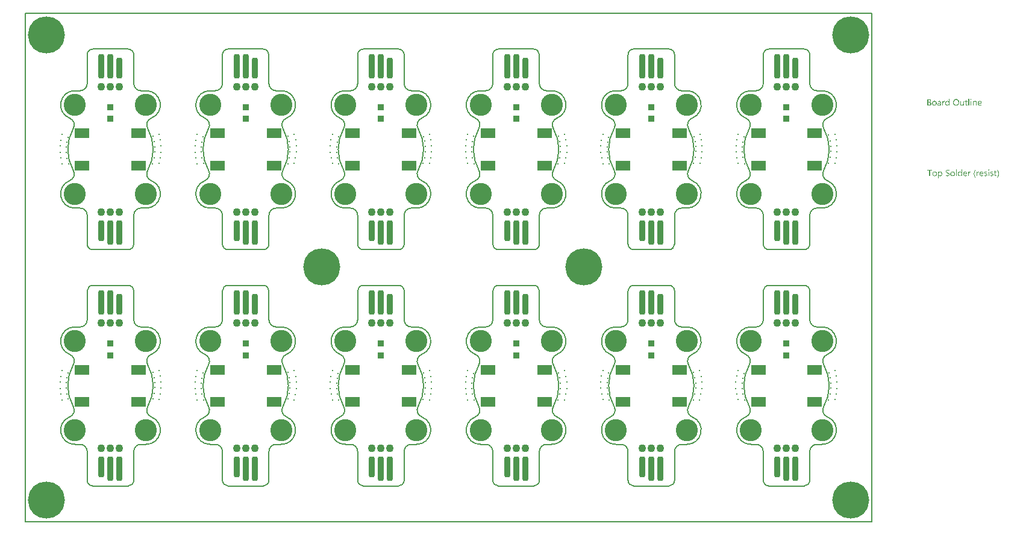
<source format=gts>
G04*
G04 #@! TF.GenerationSoftware,Altium Limited,Altium Designer,21.8.1 (53)*
G04*
G04 Layer_Color=8388736*
%FSAX25Y25*%
%MOIN*%
G70*
G04*
G04 #@! TF.SameCoordinates,042179B3-2A9A-4FBA-AD92-32AF6F9D014F*
G04*
G04*
G04 #@! TF.FilePolarity,Negative*
G04*
G01*
G75*
G04:AMPARAMS|DCode=10|XSize=35.43mil|YSize=135.83mil|CornerRadius=13.82mil|HoleSize=0mil|Usage=FLASHONLY|Rotation=0.000|XOffset=0mil|YOffset=0mil|HoleType=Round|Shape=RoundedRectangle|*
%AMROUNDEDRECTD10*
21,1,0.03543,0.10819,0,0,0.0*
21,1,0.00780,0.13583,0,0,0.0*
1,1,0.02764,0.00390,-0.05409*
1,1,0.02764,-0.00390,-0.05409*
1,1,0.02764,-0.00390,0.05409*
1,1,0.02764,0.00390,0.05409*
%
%ADD10ROUNDEDRECTD10*%
G04:AMPARAMS|DCode=11|XSize=35.43mil|YSize=116.14mil|CornerRadius=13.82mil|HoleSize=0mil|Usage=FLASHONLY|Rotation=0.000|XOffset=0mil|YOffset=0mil|HoleType=Round|Shape=RoundedRectangle|*
%AMROUNDEDRECTD11*
21,1,0.03543,0.08850,0,0,0.0*
21,1,0.00780,0.11614,0,0,0.0*
1,1,0.02764,0.00390,-0.04425*
1,1,0.02764,-0.00390,-0.04425*
1,1,0.02764,-0.00390,0.04425*
1,1,0.02764,0.00390,0.04425*
%
%ADD11ROUNDEDRECTD11*%
%ADD16C,0.00787*%
%ADD18C,0.04331*%
%ADD41R,0.03740X0.03740*%
%ADD42R,0.08071X0.05709*%
%ADD43C,0.00800*%
%ADD44C,0.20485*%
%ADD45C,0.00591*%
%ADD46C,0.12205*%
G36*
X0503737Y0214153D02*
X0503761D01*
X0503817Y0214128D01*
X0503848Y0214110D01*
X0503879Y0214085D01*
X0503885Y0214079D01*
X0503891Y0214073D01*
X0503922Y0214036D01*
X0503947Y0213974D01*
X0503953Y0213937D01*
X0503960Y0213899D01*
Y0213893D01*
Y0213881D01*
X0503953Y0213862D01*
X0503947Y0213838D01*
X0503929Y0213776D01*
X0503904Y0213745D01*
X0503879Y0213714D01*
X0503873D01*
X0503867Y0213701D01*
X0503829Y0213677D01*
X0503774Y0213652D01*
X0503737Y0213646D01*
X0503699Y0213639D01*
X0503681D01*
X0503662Y0213646D01*
X0503638D01*
X0503576Y0213670D01*
X0503545Y0213683D01*
X0503514Y0213708D01*
Y0213714D01*
X0503501Y0213720D01*
X0503489Y0213738D01*
X0503477Y0213757D01*
X0503452Y0213819D01*
X0503446Y0213856D01*
X0503440Y0213899D01*
Y0213906D01*
Y0213918D01*
X0503446Y0213937D01*
X0503452Y0213968D01*
X0503471Y0214023D01*
X0503489Y0214054D01*
X0503514Y0214085D01*
X0503520Y0214091D01*
X0503526Y0214098D01*
X0503563Y0214122D01*
X0503625Y0214147D01*
X0503662Y0214159D01*
X0503718D01*
X0503737Y0214153D01*
D02*
G37*
G36*
X0491747Y0210489D02*
X0491344D01*
Y0210910D01*
X0491332D01*
Y0210904D01*
X0491320Y0210891D01*
X0491301Y0210866D01*
X0491282Y0210835D01*
X0491251Y0210798D01*
X0491214Y0210761D01*
X0491171Y0210718D01*
X0491121Y0210675D01*
X0491066Y0210625D01*
X0490998Y0210582D01*
X0490930Y0210544D01*
X0490849Y0210507D01*
X0490769Y0210476D01*
X0490676Y0210452D01*
X0490577Y0210439D01*
X0490472Y0210433D01*
X0490428D01*
X0490391Y0210439D01*
X0490354Y0210445D01*
X0490304Y0210452D01*
X0490199Y0210476D01*
X0490075Y0210513D01*
X0489952Y0210576D01*
X0489883Y0210613D01*
X0489828Y0210656D01*
X0489766Y0210712D01*
X0489710Y0210767D01*
Y0210773D01*
X0489698Y0210786D01*
X0489685Y0210805D01*
X0489667Y0210829D01*
X0489648Y0210860D01*
X0489623Y0210904D01*
X0489599Y0210953D01*
X0489574Y0211009D01*
X0489543Y0211071D01*
X0489518Y0211139D01*
X0489494Y0211213D01*
X0489475Y0211294D01*
X0489456Y0211380D01*
X0489444Y0211479D01*
X0489438Y0211578D01*
X0489432Y0211684D01*
Y0211690D01*
Y0211708D01*
Y0211745D01*
X0489438Y0211789D01*
X0489444Y0211838D01*
X0489450Y0211900D01*
X0489456Y0211968D01*
X0489469Y0212042D01*
X0489506Y0212203D01*
X0489562Y0212371D01*
X0489599Y0212451D01*
X0489642Y0212531D01*
X0489685Y0212606D01*
X0489741Y0212680D01*
X0489747Y0212686D01*
X0489753Y0212699D01*
X0489772Y0212717D01*
X0489797Y0212742D01*
X0489828Y0212767D01*
X0489871Y0212798D01*
X0489914Y0212835D01*
X0489964Y0212872D01*
X0490088Y0212940D01*
X0490230Y0213002D01*
X0490310Y0213020D01*
X0490397Y0213039D01*
X0490484Y0213052D01*
X0490583Y0213058D01*
X0490632D01*
X0490670Y0213052D01*
X0490707Y0213045D01*
X0490756Y0213039D01*
X0490868Y0213008D01*
X0490991Y0212959D01*
X0491053Y0212928D01*
X0491115Y0212884D01*
X0491177Y0212841D01*
X0491233Y0212785D01*
X0491282Y0212723D01*
X0491332Y0212649D01*
X0491344D01*
Y0214209D01*
X0491747D01*
Y0210489D01*
D02*
G37*
G36*
X0506015Y0213052D02*
X0506089Y0213045D01*
X0506182Y0213027D01*
X0506281Y0212996D01*
X0506386Y0212946D01*
X0506491Y0212878D01*
X0506534Y0212841D01*
X0506578Y0212791D01*
X0506590Y0212779D01*
X0506615Y0212742D01*
X0506646Y0212680D01*
X0506689Y0212593D01*
X0506726Y0212488D01*
X0506764Y0212358D01*
X0506788Y0212203D01*
X0506795Y0212024D01*
Y0210489D01*
X0506392D01*
Y0211919D01*
Y0211925D01*
Y0211956D01*
X0506386Y0211993D01*
Y0212042D01*
X0506374Y0212104D01*
X0506361Y0212173D01*
X0506343Y0212247D01*
X0506318Y0212321D01*
X0506287Y0212395D01*
X0506250Y0212463D01*
X0506200Y0212531D01*
X0506145Y0212593D01*
X0506083Y0212643D01*
X0506002Y0212680D01*
X0505915Y0212711D01*
X0505810Y0212717D01*
X0505798D01*
X0505761Y0212711D01*
X0505705Y0212705D01*
X0505637Y0212686D01*
X0505556Y0212662D01*
X0505470Y0212618D01*
X0505389Y0212562D01*
X0505309Y0212488D01*
X0505303Y0212476D01*
X0505278Y0212451D01*
X0505247Y0212402D01*
X0505210Y0212333D01*
X0505173Y0212253D01*
X0505142Y0212154D01*
X0505117Y0212042D01*
X0505111Y0211919D01*
Y0210489D01*
X0504708D01*
Y0213002D01*
X0505111D01*
Y0212581D01*
X0505123D01*
X0505129Y0212587D01*
X0505136Y0212600D01*
X0505154Y0212624D01*
X0505179Y0212655D01*
X0505204Y0212692D01*
X0505241Y0212730D01*
X0505284Y0212773D01*
X0505334Y0212822D01*
X0505389Y0212866D01*
X0505451Y0212909D01*
X0505519Y0212946D01*
X0505594Y0212983D01*
X0505668Y0213014D01*
X0505755Y0213039D01*
X0505847Y0213052D01*
X0505946Y0213058D01*
X0505984D01*
X0506015Y0213052D01*
D02*
G37*
G36*
X0489017Y0213039D02*
X0489091Y0213033D01*
X0489134Y0213020D01*
X0489165Y0213008D01*
Y0212593D01*
X0489159Y0212600D01*
X0489147Y0212606D01*
X0489122Y0212618D01*
X0489091Y0212637D01*
X0489048Y0212649D01*
X0488992Y0212662D01*
X0488930Y0212668D01*
X0488862Y0212674D01*
X0488850D01*
X0488819Y0212668D01*
X0488769Y0212662D01*
X0488714Y0212643D01*
X0488639Y0212612D01*
X0488571Y0212569D01*
X0488497Y0212507D01*
X0488429Y0212426D01*
X0488423Y0212414D01*
X0488404Y0212383D01*
X0488373Y0212327D01*
X0488342Y0212253D01*
X0488311Y0212160D01*
X0488280Y0212042D01*
X0488262Y0211912D01*
X0488256Y0211764D01*
Y0210489D01*
X0487853D01*
Y0213002D01*
X0488256D01*
Y0212482D01*
X0488268D01*
Y0212488D01*
X0488274Y0212494D01*
X0488286Y0212525D01*
X0488305Y0212575D01*
X0488336Y0212637D01*
X0488367Y0212699D01*
X0488416Y0212767D01*
X0488466Y0212835D01*
X0488528Y0212897D01*
X0488534Y0212903D01*
X0488559Y0212922D01*
X0488596Y0212946D01*
X0488645Y0212971D01*
X0488701Y0212996D01*
X0488769Y0213020D01*
X0488843Y0213039D01*
X0488924Y0213045D01*
X0488980D01*
X0489017Y0213039D01*
D02*
G37*
G36*
X0499756Y0210489D02*
X0499354D01*
Y0210885D01*
X0499342D01*
Y0210879D01*
X0499329Y0210866D01*
X0499317Y0210842D01*
X0499292Y0210817D01*
X0499236Y0210743D01*
X0499150Y0210662D01*
X0499100Y0210619D01*
X0499045Y0210576D01*
X0498983Y0210538D01*
X0498908Y0210501D01*
X0498834Y0210476D01*
X0498754Y0210452D01*
X0498661Y0210439D01*
X0498568Y0210433D01*
X0498531D01*
X0498488Y0210439D01*
X0498426Y0210452D01*
X0498357Y0210464D01*
X0498283Y0210489D01*
X0498203Y0210520D01*
X0498122Y0210569D01*
X0498036Y0210625D01*
X0497955Y0210693D01*
X0497881Y0210780D01*
X0497813Y0210885D01*
X0497751Y0211003D01*
X0497708Y0211145D01*
X0497683Y0211312D01*
X0497670Y0211399D01*
Y0211498D01*
Y0213002D01*
X0498067D01*
Y0211560D01*
Y0211554D01*
Y0211529D01*
X0498073Y0211485D01*
X0498079Y0211436D01*
X0498085Y0211374D01*
X0498098Y0211312D01*
X0498116Y0211238D01*
X0498141Y0211163D01*
X0498178Y0211089D01*
X0498215Y0211021D01*
X0498265Y0210953D01*
X0498327Y0210891D01*
X0498395Y0210842D01*
X0498475Y0210805D01*
X0498574Y0210773D01*
X0498679Y0210767D01*
X0498692D01*
X0498729Y0210773D01*
X0498785Y0210780D01*
X0498847Y0210792D01*
X0498927Y0210823D01*
X0499008Y0210860D01*
X0499088Y0210910D01*
X0499162Y0210984D01*
X0499168Y0210996D01*
X0499193Y0211021D01*
X0499224Y0211071D01*
X0499261Y0211139D01*
X0499292Y0211219D01*
X0499323Y0211318D01*
X0499348Y0211430D01*
X0499354Y0211554D01*
Y0213002D01*
X0499756D01*
Y0210489D01*
D02*
G37*
G36*
X0503891D02*
X0503489D01*
Y0213002D01*
X0503891D01*
Y0210489D01*
D02*
G37*
G36*
X0502672D02*
X0502270D01*
Y0214209D01*
X0502672D01*
Y0210489D01*
D02*
G37*
G36*
X0486293Y0213052D02*
X0486349Y0213045D01*
X0486417Y0213027D01*
X0486491Y0213008D01*
X0486572Y0212977D01*
X0486658Y0212940D01*
X0486739Y0212891D01*
X0486819Y0212829D01*
X0486894Y0212754D01*
X0486962Y0212662D01*
X0487017Y0212556D01*
X0487061Y0212433D01*
X0487085Y0212290D01*
X0487098Y0212123D01*
Y0210489D01*
X0486696D01*
Y0210879D01*
X0486683D01*
Y0210873D01*
X0486671Y0210860D01*
X0486658Y0210835D01*
X0486634Y0210811D01*
X0486572Y0210736D01*
X0486491Y0210656D01*
X0486380Y0210576D01*
X0486250Y0210501D01*
X0486169Y0210476D01*
X0486089Y0210452D01*
X0486002Y0210439D01*
X0485910Y0210433D01*
X0485872D01*
X0485848Y0210439D01*
X0485779Y0210445D01*
X0485699Y0210458D01*
X0485600Y0210483D01*
X0485507Y0210513D01*
X0485408Y0210563D01*
X0485321Y0210625D01*
X0485315Y0210637D01*
X0485290Y0210662D01*
X0485253Y0210705D01*
X0485216Y0210767D01*
X0485179Y0210842D01*
X0485142Y0210928D01*
X0485117Y0211034D01*
X0485111Y0211151D01*
Y0211157D01*
Y0211182D01*
X0485117Y0211219D01*
X0485123Y0211262D01*
X0485136Y0211318D01*
X0485154Y0211380D01*
X0485179Y0211448D01*
X0485216Y0211516D01*
X0485259Y0211591D01*
X0485315Y0211665D01*
X0485383Y0211733D01*
X0485464Y0211795D01*
X0485557Y0211857D01*
X0485668Y0211906D01*
X0485792Y0211943D01*
X0485940Y0211974D01*
X0486696Y0212080D01*
Y0212086D01*
Y0212104D01*
X0486689Y0212141D01*
Y0212179D01*
X0486677Y0212228D01*
X0486671Y0212284D01*
X0486634Y0212402D01*
X0486603Y0212457D01*
X0486572Y0212513D01*
X0486528Y0212569D01*
X0486479Y0212618D01*
X0486417Y0212662D01*
X0486349Y0212692D01*
X0486269Y0212711D01*
X0486176Y0212717D01*
X0486132D01*
X0486101Y0212711D01*
X0486058D01*
X0486015Y0212699D01*
X0485903Y0212680D01*
X0485779Y0212643D01*
X0485643Y0212587D01*
X0485569Y0212550D01*
X0485501Y0212513D01*
X0485427Y0212463D01*
X0485358Y0212408D01*
Y0212822D01*
X0485365D01*
X0485377Y0212835D01*
X0485396Y0212847D01*
X0485427Y0212860D01*
X0485458Y0212878D01*
X0485501Y0212897D01*
X0485550Y0212915D01*
X0485606Y0212940D01*
X0485730Y0212983D01*
X0485879Y0213020D01*
X0486039Y0213045D01*
X0486213Y0213058D01*
X0486250D01*
X0486293Y0213052D01*
D02*
G37*
G36*
X0480605Y0213999D02*
X0480648D01*
X0480691Y0213992D01*
X0480790Y0213980D01*
X0480908Y0213949D01*
X0481032Y0213912D01*
X0481149Y0213856D01*
X0481255Y0213782D01*
X0481261D01*
X0481267Y0213770D01*
X0481298Y0213745D01*
X0481341Y0213695D01*
X0481391Y0213627D01*
X0481434Y0213541D01*
X0481477Y0213441D01*
X0481508Y0213330D01*
X0481521Y0213268D01*
Y0213200D01*
Y0213194D01*
Y0213188D01*
Y0213151D01*
X0481515Y0213095D01*
X0481502Y0213027D01*
X0481484Y0212940D01*
X0481453Y0212853D01*
X0481416Y0212767D01*
X0481360Y0212680D01*
X0481354Y0212668D01*
X0481329Y0212643D01*
X0481292Y0212606D01*
X0481242Y0212556D01*
X0481180Y0212507D01*
X0481106Y0212451D01*
X0481013Y0212408D01*
X0480914Y0212364D01*
Y0212358D01*
X0480933D01*
X0480951Y0212352D01*
X0480970Y0212346D01*
X0481038Y0212333D01*
X0481118Y0212309D01*
X0481205Y0212271D01*
X0481298Y0212228D01*
X0481391Y0212166D01*
X0481477Y0212086D01*
X0481490Y0212073D01*
X0481515Y0212042D01*
X0481545Y0211999D01*
X0481589Y0211931D01*
X0481626Y0211844D01*
X0481663Y0211745D01*
X0481688Y0211628D01*
X0481694Y0211498D01*
Y0211492D01*
Y0211479D01*
Y0211454D01*
X0481688Y0211423D01*
X0481682Y0211386D01*
X0481675Y0211343D01*
X0481651Y0211238D01*
X0481614Y0211120D01*
X0481558Y0210996D01*
X0481521Y0210941D01*
X0481477Y0210879D01*
X0481422Y0210823D01*
X0481366Y0210767D01*
X0481360D01*
X0481354Y0210755D01*
X0481335Y0210743D01*
X0481310Y0210724D01*
X0481279Y0210705D01*
X0481236Y0210681D01*
X0481143Y0210631D01*
X0481026Y0210576D01*
X0480889Y0210532D01*
X0480728Y0210501D01*
X0480648Y0210495D01*
X0480555Y0210489D01*
X0479528D01*
Y0214005D01*
X0480574D01*
X0480605Y0213999D01*
D02*
G37*
G36*
X0501100Y0213002D02*
X0501737D01*
Y0212655D01*
X0501100D01*
Y0211238D01*
Y0211225D01*
Y0211194D01*
X0501106Y0211151D01*
X0501112Y0211095D01*
X0501137Y0210978D01*
X0501155Y0210922D01*
X0501186Y0210879D01*
X0501193Y0210873D01*
X0501205Y0210860D01*
X0501224Y0210848D01*
X0501255Y0210829D01*
X0501292Y0210805D01*
X0501341Y0210792D01*
X0501403Y0210780D01*
X0501471Y0210773D01*
X0501496D01*
X0501527Y0210780D01*
X0501564Y0210786D01*
X0501651Y0210811D01*
X0501694Y0210829D01*
X0501737Y0210854D01*
Y0210507D01*
X0501731D01*
X0501713Y0210495D01*
X0501682Y0210489D01*
X0501638Y0210476D01*
X0501582Y0210464D01*
X0501521Y0210452D01*
X0501446Y0210445D01*
X0501360Y0210439D01*
X0501329D01*
X0501298Y0210445D01*
X0501255Y0210452D01*
X0501205Y0210464D01*
X0501149Y0210476D01*
X0501093Y0210501D01*
X0501032Y0210532D01*
X0500970Y0210569D01*
X0500908Y0210619D01*
X0500852Y0210675D01*
X0500803Y0210749D01*
X0500759Y0210829D01*
X0500728Y0210928D01*
X0500703Y0211040D01*
X0500697Y0211170D01*
Y0212655D01*
X0500270D01*
Y0213002D01*
X0500697D01*
Y0213615D01*
X0501100Y0213745D01*
Y0213002D01*
D02*
G37*
G36*
X0508627Y0213052D02*
X0508670Y0213045D01*
X0508713Y0213039D01*
X0508825Y0213020D01*
X0508949Y0212977D01*
X0509072Y0212922D01*
X0509134Y0212884D01*
X0509196Y0212841D01*
X0509252Y0212791D01*
X0509308Y0212736D01*
X0509314Y0212730D01*
X0509320Y0212723D01*
X0509332Y0212705D01*
X0509351Y0212680D01*
X0509370Y0212643D01*
X0509394Y0212606D01*
X0509419Y0212562D01*
X0509444Y0212507D01*
X0509469Y0212445D01*
X0509493Y0212383D01*
X0509518Y0212309D01*
X0509537Y0212228D01*
X0509555Y0212141D01*
X0509568Y0212055D01*
X0509580Y0211956D01*
Y0211851D01*
Y0211640D01*
X0507803D01*
Y0211634D01*
Y0211622D01*
Y0211603D01*
X0507810Y0211572D01*
X0507816Y0211535D01*
Y0211498D01*
X0507834Y0211399D01*
X0507865Y0211300D01*
X0507902Y0211188D01*
X0507958Y0211083D01*
X0508026Y0210990D01*
X0508039Y0210978D01*
X0508064Y0210953D01*
X0508113Y0210922D01*
X0508181Y0210879D01*
X0508268Y0210835D01*
X0508367Y0210805D01*
X0508484Y0210780D01*
X0508621Y0210767D01*
X0508664D01*
X0508695Y0210773D01*
X0508732D01*
X0508775Y0210780D01*
X0508881Y0210805D01*
X0508998Y0210835D01*
X0509128Y0210885D01*
X0509264Y0210953D01*
X0509332Y0210996D01*
X0509401Y0211046D01*
Y0210668D01*
X0509394D01*
X0509388Y0210656D01*
X0509370Y0210650D01*
X0509339Y0210631D01*
X0509308Y0210613D01*
X0509270Y0210594D01*
X0509221Y0210576D01*
X0509171Y0210551D01*
X0509110Y0210526D01*
X0509042Y0210507D01*
X0508893Y0210470D01*
X0508720Y0210445D01*
X0508528Y0210433D01*
X0508478D01*
X0508441Y0210439D01*
X0508398Y0210445D01*
X0508342Y0210452D01*
X0508224Y0210476D01*
X0508088Y0210513D01*
X0507952Y0210576D01*
X0507884Y0210619D01*
X0507816Y0210662D01*
X0507754Y0210712D01*
X0507692Y0210773D01*
X0507686Y0210780D01*
X0507680Y0210792D01*
X0507667Y0210811D01*
X0507643Y0210835D01*
X0507624Y0210873D01*
X0507599Y0210916D01*
X0507568Y0210965D01*
X0507544Y0211021D01*
X0507513Y0211083D01*
X0507488Y0211157D01*
X0507457Y0211238D01*
X0507438Y0211324D01*
X0507420Y0211417D01*
X0507401Y0211516D01*
X0507395Y0211622D01*
X0507389Y0211733D01*
Y0211739D01*
Y0211758D01*
Y0211789D01*
X0507395Y0211832D01*
X0507401Y0211881D01*
X0507407Y0211937D01*
X0507413Y0212005D01*
X0507432Y0212073D01*
X0507469Y0212222D01*
X0507525Y0212383D01*
X0507562Y0212463D01*
X0507612Y0212538D01*
X0507661Y0212618D01*
X0507717Y0212686D01*
X0507723Y0212692D01*
X0507735Y0212705D01*
X0507754Y0212723D01*
X0507779Y0212742D01*
X0507810Y0212773D01*
X0507847Y0212804D01*
X0507896Y0212835D01*
X0507946Y0212872D01*
X0508064Y0212940D01*
X0508206Y0213002D01*
X0508286Y0213020D01*
X0508367Y0213039D01*
X0508453Y0213052D01*
X0508546Y0213058D01*
X0508596D01*
X0508627Y0213052D01*
D02*
G37*
G36*
X0495584Y0214060D02*
X0495646Y0214054D01*
X0495721Y0214042D01*
X0495801Y0214023D01*
X0495888Y0214005D01*
X0495974Y0213980D01*
X0496073Y0213949D01*
X0496166Y0213906D01*
X0496265Y0213856D01*
X0496364Y0213800D01*
X0496457Y0213732D01*
X0496550Y0213658D01*
X0496637Y0213571D01*
X0496643Y0213565D01*
X0496655Y0213547D01*
X0496680Y0213522D01*
X0496705Y0213485D01*
X0496742Y0213435D01*
X0496779Y0213373D01*
X0496816Y0213305D01*
X0496860Y0213231D01*
X0496903Y0213138D01*
X0496940Y0213045D01*
X0496977Y0212940D01*
X0497014Y0212822D01*
X0497039Y0212705D01*
X0497064Y0212575D01*
X0497076Y0212433D01*
X0497082Y0212290D01*
Y0212278D01*
Y0212253D01*
Y0212210D01*
X0497076Y0212148D01*
X0497070Y0212073D01*
X0497058Y0211993D01*
X0497045Y0211900D01*
X0497027Y0211795D01*
X0497002Y0211690D01*
X0496971Y0211578D01*
X0496934Y0211467D01*
X0496890Y0211355D01*
X0496835Y0211238D01*
X0496773Y0211133D01*
X0496705Y0211027D01*
X0496624Y0210928D01*
X0496618Y0210922D01*
X0496606Y0210910D01*
X0496575Y0210885D01*
X0496544Y0210854D01*
X0496494Y0210811D01*
X0496439Y0210773D01*
X0496377Y0210724D01*
X0496303Y0210681D01*
X0496222Y0210637D01*
X0496129Y0210588D01*
X0496030Y0210551D01*
X0495919Y0210513D01*
X0495801Y0210476D01*
X0495677Y0210452D01*
X0495547Y0210439D01*
X0495405Y0210433D01*
X0495374D01*
X0495331Y0210439D01*
X0495281D01*
X0495219Y0210445D01*
X0495145Y0210458D01*
X0495064Y0210476D01*
X0494972Y0210495D01*
X0494879Y0210520D01*
X0494780Y0210551D01*
X0494681Y0210594D01*
X0494582Y0210637D01*
X0494483Y0210693D01*
X0494384Y0210761D01*
X0494291Y0210835D01*
X0494204Y0210922D01*
X0494198Y0210928D01*
X0494185Y0210947D01*
X0494161Y0210972D01*
X0494136Y0211009D01*
X0494099Y0211058D01*
X0494062Y0211120D01*
X0494025Y0211188D01*
X0493981Y0211269D01*
X0493938Y0211355D01*
X0493901Y0211448D01*
X0493864Y0211554D01*
X0493826Y0211671D01*
X0493802Y0211789D01*
X0493777Y0211919D01*
X0493765Y0212061D01*
X0493758Y0212203D01*
Y0212216D01*
Y0212241D01*
X0493765Y0212284D01*
Y0212346D01*
X0493771Y0212414D01*
X0493783Y0212501D01*
X0493795Y0212593D01*
X0493814Y0212692D01*
X0493839Y0212798D01*
X0493870Y0212909D01*
X0493907Y0213020D01*
X0493950Y0213132D01*
X0494006Y0213243D01*
X0494068Y0213355D01*
X0494136Y0213460D01*
X0494216Y0213559D01*
X0494223Y0213565D01*
X0494235Y0213584D01*
X0494266Y0213609D01*
X0494303Y0213639D01*
X0494346Y0213677D01*
X0494402Y0213720D01*
X0494470Y0213763D01*
X0494545Y0213813D01*
X0494631Y0213862D01*
X0494724Y0213906D01*
X0494823Y0213949D01*
X0494935Y0213986D01*
X0495058Y0214017D01*
X0495188Y0214048D01*
X0495324Y0214060D01*
X0495467Y0214067D01*
X0495535D01*
X0495584Y0214060D01*
D02*
G37*
G36*
X0483557Y0213052D02*
X0483601Y0213045D01*
X0483656Y0213039D01*
X0483780Y0213014D01*
X0483922Y0212971D01*
X0484065Y0212909D01*
X0484139Y0212872D01*
X0484207Y0212829D01*
X0484275Y0212773D01*
X0484337Y0212711D01*
X0484343Y0212705D01*
X0484350Y0212692D01*
X0484368Y0212674D01*
X0484387Y0212649D01*
X0484411Y0212612D01*
X0484436Y0212569D01*
X0484467Y0212519D01*
X0484498Y0212463D01*
X0484523Y0212395D01*
X0484554Y0212327D01*
X0484579Y0212247D01*
X0484603Y0212160D01*
X0484622Y0212067D01*
X0484641Y0211968D01*
X0484647Y0211863D01*
X0484653Y0211752D01*
Y0211745D01*
Y0211727D01*
Y0211696D01*
X0484647Y0211652D01*
X0484641Y0211603D01*
X0484634Y0211541D01*
X0484622Y0211479D01*
X0484610Y0211405D01*
X0484572Y0211256D01*
X0484511Y0211095D01*
X0484473Y0211015D01*
X0484424Y0210934D01*
X0484374Y0210860D01*
X0484312Y0210792D01*
X0484306Y0210786D01*
X0484294Y0210780D01*
X0484275Y0210761D01*
X0484250Y0210736D01*
X0484213Y0210712D01*
X0484176Y0210681D01*
X0484127Y0210644D01*
X0484071Y0210613D01*
X0484009Y0210582D01*
X0483941Y0210544D01*
X0483867Y0210513D01*
X0483786Y0210489D01*
X0483700Y0210464D01*
X0483607Y0210452D01*
X0483508Y0210439D01*
X0483402Y0210433D01*
X0483347D01*
X0483310Y0210439D01*
X0483266Y0210445D01*
X0483211Y0210452D01*
X0483149Y0210464D01*
X0483081Y0210476D01*
X0482938Y0210520D01*
X0482790Y0210582D01*
X0482715Y0210619D01*
X0482647Y0210668D01*
X0482579Y0210718D01*
X0482511Y0210780D01*
X0482505Y0210786D01*
X0482499Y0210798D01*
X0482480Y0210817D01*
X0482462Y0210842D01*
X0482437Y0210879D01*
X0482406Y0210922D01*
X0482375Y0210972D01*
X0482350Y0211027D01*
X0482319Y0211095D01*
X0482288Y0211163D01*
X0482257Y0211238D01*
X0482233Y0211324D01*
X0482195Y0211510D01*
X0482189Y0211609D01*
X0482183Y0211714D01*
Y0211721D01*
Y0211745D01*
Y0211776D01*
X0482189Y0211820D01*
X0482195Y0211869D01*
X0482202Y0211931D01*
X0482214Y0211999D01*
X0482226Y0212073D01*
X0482264Y0212234D01*
X0482325Y0212395D01*
X0482369Y0212476D01*
X0482412Y0212556D01*
X0482462Y0212631D01*
X0482523Y0212699D01*
X0482530Y0212705D01*
X0482542Y0212717D01*
X0482561Y0212730D01*
X0482585Y0212754D01*
X0482623Y0212779D01*
X0482666Y0212810D01*
X0482715Y0212847D01*
X0482771Y0212878D01*
X0482833Y0212909D01*
X0482907Y0212946D01*
X0482982Y0212977D01*
X0483068Y0213002D01*
X0483155Y0213027D01*
X0483254Y0213045D01*
X0483359Y0213052D01*
X0483464Y0213058D01*
X0483520D01*
X0483557Y0213052D01*
D02*
G37*
G36*
X0513554Y0175091D02*
X0513579D01*
X0513634Y0175067D01*
X0513665Y0175048D01*
X0513696Y0175023D01*
X0513702Y0175017D01*
X0513709Y0175011D01*
X0513740Y0174974D01*
X0513764Y0174912D01*
X0513771Y0174875D01*
X0513777Y0174838D01*
Y0174831D01*
Y0174819D01*
X0513771Y0174801D01*
X0513764Y0174776D01*
X0513746Y0174714D01*
X0513721Y0174683D01*
X0513696Y0174652D01*
X0513690D01*
X0513684Y0174640D01*
X0513647Y0174615D01*
X0513591Y0174590D01*
X0513554Y0174584D01*
X0513517Y0174578D01*
X0513498D01*
X0513480Y0174584D01*
X0513455D01*
X0513393Y0174609D01*
X0513362Y0174621D01*
X0513331Y0174646D01*
Y0174652D01*
X0513319Y0174658D01*
X0513306Y0174677D01*
X0513294Y0174695D01*
X0513269Y0174757D01*
X0513263Y0174794D01*
X0513257Y0174838D01*
Y0174844D01*
Y0174856D01*
X0513263Y0174875D01*
X0513269Y0174906D01*
X0513288Y0174961D01*
X0513306Y0174992D01*
X0513331Y0175023D01*
X0513337Y0175030D01*
X0513343Y0175036D01*
X0513381Y0175060D01*
X0513443Y0175085D01*
X0513480Y0175098D01*
X0513535D01*
X0513554Y0175091D01*
D02*
G37*
G36*
X0490985Y0174999D02*
X0491035D01*
X0491146Y0174986D01*
X0491270Y0174974D01*
X0491394Y0174949D01*
X0491511Y0174918D01*
X0491561Y0174899D01*
X0491610Y0174875D01*
Y0174410D01*
X0491604D01*
X0491598Y0174423D01*
X0491579Y0174429D01*
X0491555Y0174448D01*
X0491524Y0174460D01*
X0491487Y0174479D01*
X0491394Y0174522D01*
X0491282Y0174559D01*
X0491146Y0174596D01*
X0490985Y0174621D01*
X0490812Y0174627D01*
X0490762D01*
X0490725Y0174621D01*
X0490688D01*
X0490639Y0174615D01*
X0490540Y0174596D01*
X0490533D01*
X0490515Y0174590D01*
X0490490Y0174584D01*
X0490459Y0174578D01*
X0490385Y0174547D01*
X0490298Y0174510D01*
X0490292D01*
X0490280Y0174497D01*
X0490261Y0174485D01*
X0490236Y0174466D01*
X0490181Y0174410D01*
X0490125Y0174342D01*
Y0174336D01*
X0490112Y0174324D01*
X0490106Y0174305D01*
X0490094Y0174274D01*
X0490082Y0174237D01*
X0490075Y0174200D01*
X0490063Y0174101D01*
Y0174095D01*
Y0174076D01*
Y0174051D01*
X0490069Y0174021D01*
X0490082Y0173946D01*
X0490112Y0173866D01*
Y0173860D01*
X0490125Y0173847D01*
X0490131Y0173829D01*
X0490150Y0173804D01*
X0490199Y0173748D01*
X0490261Y0173686D01*
X0490267Y0173680D01*
X0490280Y0173674D01*
X0490298Y0173655D01*
X0490329Y0173637D01*
X0490366Y0173612D01*
X0490403Y0173587D01*
X0490502Y0173525D01*
X0490509Y0173519D01*
X0490527Y0173513D01*
X0490558Y0173494D01*
X0490595Y0173476D01*
X0490645Y0173451D01*
X0490700Y0173426D01*
X0490824Y0173364D01*
X0490831Y0173358D01*
X0490855Y0173346D01*
X0490892Y0173327D01*
X0490942Y0173302D01*
X0490998Y0173278D01*
X0491059Y0173241D01*
X0491183Y0173166D01*
X0491189Y0173160D01*
X0491214Y0173148D01*
X0491245Y0173129D01*
X0491289Y0173098D01*
X0491381Y0173024D01*
X0491480Y0172937D01*
X0491487Y0172931D01*
X0491505Y0172919D01*
X0491524Y0172888D01*
X0491555Y0172857D01*
X0491586Y0172813D01*
X0491623Y0172770D01*
X0491685Y0172659D01*
X0491691Y0172653D01*
X0491697Y0172634D01*
X0491710Y0172603D01*
X0491722Y0172560D01*
X0491734Y0172510D01*
X0491747Y0172448D01*
X0491759Y0172386D01*
Y0172312D01*
Y0172300D01*
Y0172269D01*
X0491753Y0172219D01*
X0491747Y0172157D01*
X0491734Y0172089D01*
X0491716Y0172015D01*
X0491691Y0171941D01*
X0491654Y0171873D01*
X0491648Y0171866D01*
X0491635Y0171842D01*
X0491610Y0171811D01*
X0491586Y0171767D01*
X0491542Y0171724D01*
X0491499Y0171675D01*
X0491443Y0171625D01*
X0491381Y0171575D01*
X0491375Y0171569D01*
X0491351Y0171557D01*
X0491313Y0171538D01*
X0491264Y0171514D01*
X0491208Y0171489D01*
X0491140Y0171464D01*
X0491059Y0171439D01*
X0490979Y0171421D01*
X0490967D01*
X0490942Y0171415D01*
X0490899Y0171408D01*
X0490837Y0171396D01*
X0490769Y0171390D01*
X0490688Y0171377D01*
X0490601Y0171371D01*
X0490453D01*
X0490385Y0171377D01*
X0490298Y0171384D01*
X0490280D01*
X0490255Y0171390D01*
X0490224Y0171396D01*
X0490143Y0171402D01*
X0490051Y0171421D01*
X0490044D01*
X0490026Y0171427D01*
X0490001Y0171433D01*
X0489970Y0171439D01*
X0489896Y0171458D01*
X0489809Y0171483D01*
X0489803D01*
X0489791Y0171489D01*
X0489772Y0171495D01*
X0489747Y0171507D01*
X0489685Y0171532D01*
X0489623Y0171569D01*
Y0172052D01*
X0489630Y0172046D01*
X0489642Y0172040D01*
X0489654Y0172027D01*
X0489679Y0172009D01*
X0489747Y0171966D01*
X0489828Y0171916D01*
X0489834D01*
X0489846Y0171910D01*
X0489871Y0171897D01*
X0489902Y0171885D01*
X0489983Y0171848D01*
X0490069Y0171817D01*
X0490075D01*
X0490094Y0171811D01*
X0490119Y0171804D01*
X0490150Y0171798D01*
X0490236Y0171774D01*
X0490329Y0171755D01*
X0490354D01*
X0490379Y0171749D01*
X0490410D01*
X0490484Y0171743D01*
X0490570Y0171736D01*
X0490632D01*
X0490700Y0171743D01*
X0490787Y0171755D01*
X0490880Y0171767D01*
X0490973Y0171792D01*
X0491059Y0171829D01*
X0491140Y0171873D01*
X0491146Y0171879D01*
X0491171Y0171897D01*
X0491202Y0171934D01*
X0491233Y0171978D01*
X0491270Y0172034D01*
X0491295Y0172108D01*
X0491320Y0172188D01*
X0491326Y0172281D01*
Y0172287D01*
Y0172306D01*
Y0172331D01*
X0491320Y0172368D01*
X0491301Y0172448D01*
X0491264Y0172529D01*
Y0172535D01*
X0491251Y0172547D01*
X0491239Y0172566D01*
X0491221Y0172591D01*
X0491165Y0172653D01*
X0491090Y0172721D01*
X0491084Y0172727D01*
X0491072Y0172739D01*
X0491047Y0172752D01*
X0491016Y0172776D01*
X0490979Y0172801D01*
X0490936Y0172832D01*
X0490831Y0172888D01*
X0490824Y0172894D01*
X0490806Y0172900D01*
X0490775Y0172919D01*
X0490731Y0172937D01*
X0490688Y0172968D01*
X0490632Y0172993D01*
X0490502Y0173061D01*
X0490496Y0173067D01*
X0490472Y0173080D01*
X0490434Y0173098D01*
X0490391Y0173117D01*
X0490342Y0173148D01*
X0490286Y0173179D01*
X0490162Y0173247D01*
X0490156Y0173253D01*
X0490137Y0173265D01*
X0490106Y0173284D01*
X0490069Y0173309D01*
X0489976Y0173377D01*
X0489883Y0173457D01*
X0489877Y0173463D01*
X0489865Y0173476D01*
X0489840Y0173501D01*
X0489815Y0173531D01*
X0489784Y0173575D01*
X0489753Y0173618D01*
X0489698Y0173717D01*
Y0173723D01*
X0489685Y0173742D01*
X0489679Y0173773D01*
X0489667Y0173816D01*
X0489654Y0173866D01*
X0489642Y0173928D01*
X0489636Y0173990D01*
X0489630Y0174064D01*
Y0174076D01*
Y0174107D01*
X0489636Y0174151D01*
X0489642Y0174206D01*
X0489654Y0174274D01*
X0489673Y0174342D01*
X0489698Y0174410D01*
X0489735Y0174479D01*
X0489741Y0174485D01*
X0489753Y0174510D01*
X0489778Y0174540D01*
X0489809Y0174584D01*
X0489846Y0174627D01*
X0489896Y0174677D01*
X0489952Y0174726D01*
X0490013Y0174769D01*
X0490020Y0174776D01*
X0490044Y0174788D01*
X0490082Y0174813D01*
X0490125Y0174838D01*
X0490187Y0174862D01*
X0490249Y0174893D01*
X0490323Y0174918D01*
X0490403Y0174943D01*
X0490416D01*
X0490441Y0174955D01*
X0490484Y0174961D01*
X0490546Y0174974D01*
X0490614Y0174986D01*
X0490688Y0174992D01*
X0490855Y0175005D01*
X0490942D01*
X0490985Y0174999D01*
D02*
G37*
G36*
X0498717Y0171427D02*
X0498314D01*
Y0171848D01*
X0498302D01*
Y0171842D01*
X0498289Y0171829D01*
X0498271Y0171804D01*
X0498252Y0171774D01*
X0498221Y0171736D01*
X0498184Y0171699D01*
X0498141Y0171656D01*
X0498091Y0171613D01*
X0498036Y0171563D01*
X0497968Y0171520D01*
X0497899Y0171483D01*
X0497819Y0171446D01*
X0497739Y0171415D01*
X0497646Y0171390D01*
X0497547Y0171377D01*
X0497441Y0171371D01*
X0497398D01*
X0497361Y0171377D01*
X0497324Y0171384D01*
X0497274Y0171390D01*
X0497169Y0171415D01*
X0497045Y0171452D01*
X0496921Y0171514D01*
X0496853Y0171551D01*
X0496798Y0171594D01*
X0496736Y0171650D01*
X0496680Y0171705D01*
Y0171712D01*
X0496668Y0171724D01*
X0496655Y0171743D01*
X0496637Y0171767D01*
X0496618Y0171798D01*
X0496593Y0171842D01*
X0496569Y0171891D01*
X0496544Y0171947D01*
X0496513Y0172009D01*
X0496488Y0172077D01*
X0496463Y0172151D01*
X0496445Y0172232D01*
X0496426Y0172318D01*
X0496414Y0172417D01*
X0496408Y0172516D01*
X0496402Y0172622D01*
Y0172628D01*
Y0172646D01*
Y0172684D01*
X0496408Y0172727D01*
X0496414Y0172776D01*
X0496420Y0172838D01*
X0496426Y0172906D01*
X0496439Y0172981D01*
X0496476Y0173142D01*
X0496531Y0173309D01*
X0496569Y0173389D01*
X0496612Y0173470D01*
X0496655Y0173544D01*
X0496711Y0173618D01*
X0496717Y0173624D01*
X0496723Y0173637D01*
X0496742Y0173655D01*
X0496767Y0173680D01*
X0496798Y0173705D01*
X0496841Y0173736D01*
X0496884Y0173773D01*
X0496934Y0173810D01*
X0497058Y0173878D01*
X0497200Y0173940D01*
X0497281Y0173959D01*
X0497367Y0173977D01*
X0497454Y0173990D01*
X0497553Y0173996D01*
X0497602D01*
X0497640Y0173990D01*
X0497677Y0173983D01*
X0497726Y0173977D01*
X0497838Y0173946D01*
X0497961Y0173897D01*
X0498023Y0173866D01*
X0498085Y0173822D01*
X0498147Y0173779D01*
X0498203Y0173723D01*
X0498252Y0173661D01*
X0498302Y0173587D01*
X0498314D01*
Y0175147D01*
X0498717D01*
Y0171427D01*
D02*
G37*
G36*
X0486770Y0173990D02*
X0486813Y0173983D01*
X0486857Y0173977D01*
X0486968Y0173952D01*
X0487092Y0173915D01*
X0487216Y0173853D01*
X0487277Y0173816D01*
X0487339Y0173767D01*
X0487395Y0173717D01*
X0487451Y0173655D01*
X0487457Y0173649D01*
X0487463Y0173643D01*
X0487475Y0173618D01*
X0487494Y0173593D01*
X0487513Y0173563D01*
X0487537Y0173519D01*
X0487562Y0173470D01*
X0487587Y0173420D01*
X0487612Y0173358D01*
X0487637Y0173290D01*
X0487661Y0173216D01*
X0487680Y0173135D01*
X0487711Y0172956D01*
X0487723Y0172857D01*
Y0172752D01*
Y0172745D01*
Y0172727D01*
Y0172690D01*
X0487717Y0172646D01*
Y0172597D01*
X0487705Y0172535D01*
X0487698Y0172467D01*
X0487686Y0172393D01*
X0487649Y0172232D01*
X0487593Y0172064D01*
X0487556Y0171984D01*
X0487519Y0171904D01*
X0487469Y0171823D01*
X0487414Y0171749D01*
X0487407Y0171743D01*
X0487401Y0171730D01*
X0487383Y0171712D01*
X0487358Y0171693D01*
X0487327Y0171662D01*
X0487290Y0171631D01*
X0487247Y0171594D01*
X0487197Y0171563D01*
X0487141Y0171526D01*
X0487079Y0171489D01*
X0486931Y0171433D01*
X0486850Y0171408D01*
X0486770Y0171390D01*
X0486677Y0171377D01*
X0486578Y0171371D01*
X0486528D01*
X0486497Y0171377D01*
X0486454Y0171384D01*
X0486411Y0171396D01*
X0486299Y0171421D01*
X0486182Y0171470D01*
X0486114Y0171507D01*
X0486052Y0171545D01*
X0485990Y0171594D01*
X0485934Y0171650D01*
X0485872Y0171712D01*
X0485823Y0171786D01*
X0485810D01*
Y0170276D01*
X0485408D01*
Y0173940D01*
X0485810D01*
Y0173494D01*
X0485823D01*
X0485829Y0173501D01*
X0485835Y0173519D01*
X0485854Y0173544D01*
X0485879Y0173575D01*
X0485910Y0173612D01*
X0485947Y0173655D01*
X0485990Y0173699D01*
X0486046Y0173748D01*
X0486101Y0173792D01*
X0486163Y0173835D01*
X0486237Y0173878D01*
X0486312Y0173915D01*
X0486399Y0173952D01*
X0486491Y0173977D01*
X0486584Y0173990D01*
X0486689Y0173996D01*
X0486739D01*
X0486770Y0173990D01*
D02*
G37*
G36*
X0515460D02*
X0515541Y0173983D01*
X0515628Y0173971D01*
X0515727Y0173946D01*
X0515826Y0173922D01*
X0515925Y0173884D01*
Y0173476D01*
X0515912Y0173482D01*
X0515875Y0173507D01*
X0515820Y0173531D01*
X0515745Y0173569D01*
X0515652Y0173600D01*
X0515541Y0173631D01*
X0515417Y0173649D01*
X0515287Y0173655D01*
X0515219D01*
X0515157Y0173643D01*
X0515083Y0173631D01*
X0515077D01*
X0515070Y0173624D01*
X0515033Y0173612D01*
X0514984Y0173587D01*
X0514928Y0173556D01*
X0514916Y0173550D01*
X0514891Y0173525D01*
X0514860Y0173488D01*
X0514829Y0173445D01*
X0514823Y0173433D01*
X0514811Y0173401D01*
X0514798Y0173358D01*
X0514792Y0173302D01*
Y0173296D01*
Y0173284D01*
Y0173265D01*
X0514798Y0173247D01*
X0514811Y0173191D01*
X0514829Y0173135D01*
X0514835Y0173123D01*
X0514854Y0173098D01*
X0514891Y0173061D01*
X0514934Y0173018D01*
X0514941D01*
X0514947Y0173012D01*
X0514984Y0172987D01*
X0515033Y0172956D01*
X0515101Y0172925D01*
X0515108D01*
X0515120Y0172919D01*
X0515139Y0172913D01*
X0515170Y0172900D01*
X0515238Y0172875D01*
X0515324Y0172838D01*
X0515331D01*
X0515355Y0172826D01*
X0515386Y0172813D01*
X0515423Y0172801D01*
X0515522Y0172758D01*
X0515622Y0172708D01*
X0515628D01*
X0515646Y0172696D01*
X0515671Y0172684D01*
X0515702Y0172665D01*
X0515776Y0172615D01*
X0515850Y0172554D01*
X0515857Y0172547D01*
X0515869Y0172541D01*
X0515881Y0172523D01*
X0515906Y0172498D01*
X0515949Y0172436D01*
X0515993Y0172355D01*
Y0172349D01*
X0515999Y0172337D01*
X0516011Y0172312D01*
X0516018Y0172281D01*
X0516030Y0172244D01*
X0516036Y0172201D01*
X0516042Y0172096D01*
Y0172089D01*
Y0172064D01*
X0516036Y0172027D01*
X0516030Y0171984D01*
X0516024Y0171934D01*
X0516005Y0171879D01*
X0515987Y0171829D01*
X0515956Y0171774D01*
X0515949Y0171767D01*
X0515943Y0171749D01*
X0515925Y0171724D01*
X0515900Y0171693D01*
X0515869Y0171656D01*
X0515832Y0171619D01*
X0515739Y0171545D01*
X0515733Y0171538D01*
X0515714Y0171532D01*
X0515690Y0171514D01*
X0515646Y0171495D01*
X0515603Y0171470D01*
X0515547Y0171452D01*
X0515491Y0171433D01*
X0515423Y0171415D01*
X0515417D01*
X0515392Y0171408D01*
X0515355Y0171402D01*
X0515312Y0171396D01*
X0515250Y0171384D01*
X0515188Y0171377D01*
X0515046Y0171371D01*
X0514984D01*
X0514910Y0171377D01*
X0514817Y0171390D01*
X0514712Y0171408D01*
X0514600Y0171433D01*
X0514489Y0171464D01*
X0514377Y0171514D01*
Y0171947D01*
X0514383D01*
X0514390Y0171934D01*
X0514408Y0171922D01*
X0514433Y0171910D01*
X0514501Y0171873D01*
X0514594Y0171829D01*
X0514699Y0171780D01*
X0514823Y0171743D01*
X0514959Y0171718D01*
X0515101Y0171705D01*
X0515151D01*
X0515182Y0171712D01*
X0515269Y0171724D01*
X0515368Y0171749D01*
X0515460Y0171792D01*
X0515504Y0171823D01*
X0515547Y0171854D01*
X0515578Y0171897D01*
X0515603Y0171941D01*
X0515622Y0171996D01*
X0515628Y0172058D01*
Y0172064D01*
Y0172077D01*
Y0172096D01*
X0515622Y0172114D01*
X0515609Y0172170D01*
X0515584Y0172225D01*
Y0172232D01*
X0515578Y0172238D01*
X0515553Y0172269D01*
X0515516Y0172312D01*
X0515460Y0172349D01*
X0515454D01*
X0515448Y0172362D01*
X0515411Y0172380D01*
X0515355Y0172417D01*
X0515281Y0172448D01*
X0515275D01*
X0515262Y0172455D01*
X0515244Y0172467D01*
X0515213Y0172479D01*
X0515145Y0172504D01*
X0515058Y0172541D01*
X0515052D01*
X0515027Y0172554D01*
X0514996Y0172566D01*
X0514959Y0172578D01*
X0514860Y0172622D01*
X0514761Y0172671D01*
X0514755Y0172677D01*
X0514743Y0172684D01*
X0514718Y0172696D01*
X0514687Y0172714D01*
X0514619Y0172764D01*
X0514551Y0172820D01*
X0514544Y0172826D01*
X0514538Y0172832D01*
X0514520Y0172851D01*
X0514501Y0172875D01*
X0514458Y0172937D01*
X0514421Y0173012D01*
Y0173018D01*
X0514414Y0173030D01*
X0514408Y0173055D01*
X0514402Y0173086D01*
X0514396Y0173123D01*
X0514390Y0173166D01*
X0514383Y0173272D01*
Y0173278D01*
Y0173302D01*
X0514390Y0173334D01*
X0514396Y0173377D01*
X0514402Y0173426D01*
X0514421Y0173476D01*
X0514439Y0173531D01*
X0514464Y0173581D01*
X0514470Y0173587D01*
X0514476Y0173606D01*
X0514495Y0173631D01*
X0514520Y0173661D01*
X0514588Y0173736D01*
X0514674Y0173810D01*
X0514681Y0173816D01*
X0514699Y0173822D01*
X0514724Y0173841D01*
X0514767Y0173860D01*
X0514811Y0173884D01*
X0514860Y0173909D01*
X0514984Y0173946D01*
X0514990D01*
X0515015Y0173952D01*
X0515046Y0173965D01*
X0515095Y0173971D01*
X0515145Y0173983D01*
X0515207Y0173990D01*
X0515343Y0173996D01*
X0515399D01*
X0515460Y0173990D01*
D02*
G37*
G36*
X0512106D02*
X0512186Y0173983D01*
X0512273Y0173971D01*
X0512372Y0173946D01*
X0512471Y0173922D01*
X0512570Y0173884D01*
Y0173476D01*
X0512557Y0173482D01*
X0512520Y0173507D01*
X0512465Y0173531D01*
X0512390Y0173569D01*
X0512297Y0173600D01*
X0512186Y0173631D01*
X0512062Y0173649D01*
X0511932Y0173655D01*
X0511864D01*
X0511802Y0173643D01*
X0511728Y0173631D01*
X0511722D01*
X0511716Y0173624D01*
X0511678Y0173612D01*
X0511629Y0173587D01*
X0511573Y0173556D01*
X0511561Y0173550D01*
X0511536Y0173525D01*
X0511505Y0173488D01*
X0511474Y0173445D01*
X0511468Y0173433D01*
X0511456Y0173401D01*
X0511443Y0173358D01*
X0511437Y0173302D01*
Y0173296D01*
Y0173284D01*
Y0173265D01*
X0511443Y0173247D01*
X0511456Y0173191D01*
X0511474Y0173135D01*
X0511480Y0173123D01*
X0511499Y0173098D01*
X0511536Y0173061D01*
X0511579Y0173018D01*
X0511586D01*
X0511592Y0173012D01*
X0511629Y0172987D01*
X0511678Y0172956D01*
X0511747Y0172925D01*
X0511753D01*
X0511765Y0172919D01*
X0511784Y0172913D01*
X0511815Y0172900D01*
X0511883Y0172875D01*
X0511969Y0172838D01*
X0511975D01*
X0512000Y0172826D01*
X0512031Y0172813D01*
X0512068Y0172801D01*
X0512167Y0172758D01*
X0512266Y0172708D01*
X0512273D01*
X0512291Y0172696D01*
X0512316Y0172684D01*
X0512347Y0172665D01*
X0512421Y0172615D01*
X0512496Y0172554D01*
X0512502Y0172547D01*
X0512514Y0172541D01*
X0512527Y0172523D01*
X0512551Y0172498D01*
X0512595Y0172436D01*
X0512638Y0172355D01*
Y0172349D01*
X0512644Y0172337D01*
X0512656Y0172312D01*
X0512663Y0172281D01*
X0512675Y0172244D01*
X0512681Y0172201D01*
X0512687Y0172096D01*
Y0172089D01*
Y0172064D01*
X0512681Y0172027D01*
X0512675Y0171984D01*
X0512669Y0171934D01*
X0512650Y0171879D01*
X0512632Y0171829D01*
X0512601Y0171774D01*
X0512595Y0171767D01*
X0512588Y0171749D01*
X0512570Y0171724D01*
X0512545Y0171693D01*
X0512514Y0171656D01*
X0512477Y0171619D01*
X0512384Y0171545D01*
X0512378Y0171538D01*
X0512359Y0171532D01*
X0512335Y0171514D01*
X0512291Y0171495D01*
X0512248Y0171470D01*
X0512192Y0171452D01*
X0512137Y0171433D01*
X0512068Y0171415D01*
X0512062D01*
X0512037Y0171408D01*
X0512000Y0171402D01*
X0511957Y0171396D01*
X0511895Y0171384D01*
X0511833Y0171377D01*
X0511691Y0171371D01*
X0511629D01*
X0511555Y0171377D01*
X0511462Y0171390D01*
X0511356Y0171408D01*
X0511245Y0171433D01*
X0511134Y0171464D01*
X0511022Y0171514D01*
Y0171947D01*
X0511028D01*
X0511035Y0171934D01*
X0511053Y0171922D01*
X0511078Y0171910D01*
X0511146Y0171873D01*
X0511239Y0171829D01*
X0511344Y0171780D01*
X0511468Y0171743D01*
X0511604Y0171718D01*
X0511747Y0171705D01*
X0511796D01*
X0511827Y0171712D01*
X0511914Y0171724D01*
X0512013Y0171749D01*
X0512106Y0171792D01*
X0512149Y0171823D01*
X0512192Y0171854D01*
X0512223Y0171897D01*
X0512248Y0171941D01*
X0512266Y0171996D01*
X0512273Y0172058D01*
Y0172064D01*
Y0172077D01*
Y0172096D01*
X0512266Y0172114D01*
X0512254Y0172170D01*
X0512229Y0172225D01*
Y0172232D01*
X0512223Y0172238D01*
X0512198Y0172269D01*
X0512161Y0172312D01*
X0512106Y0172349D01*
X0512099D01*
X0512093Y0172362D01*
X0512056Y0172380D01*
X0512000Y0172417D01*
X0511926Y0172448D01*
X0511920D01*
X0511907Y0172455D01*
X0511889Y0172467D01*
X0511858Y0172479D01*
X0511790Y0172504D01*
X0511703Y0172541D01*
X0511697D01*
X0511672Y0172554D01*
X0511641Y0172566D01*
X0511604Y0172578D01*
X0511505Y0172622D01*
X0511406Y0172671D01*
X0511400Y0172677D01*
X0511387Y0172684D01*
X0511363Y0172696D01*
X0511332Y0172714D01*
X0511264Y0172764D01*
X0511196Y0172820D01*
X0511189Y0172826D01*
X0511183Y0172832D01*
X0511165Y0172851D01*
X0511146Y0172875D01*
X0511103Y0172937D01*
X0511066Y0173012D01*
Y0173018D01*
X0511059Y0173030D01*
X0511053Y0173055D01*
X0511047Y0173086D01*
X0511041Y0173123D01*
X0511035Y0173166D01*
X0511028Y0173272D01*
Y0173278D01*
Y0173302D01*
X0511035Y0173334D01*
X0511041Y0173377D01*
X0511047Y0173426D01*
X0511066Y0173476D01*
X0511084Y0173531D01*
X0511109Y0173581D01*
X0511115Y0173587D01*
X0511121Y0173606D01*
X0511140Y0173631D01*
X0511165Y0173661D01*
X0511233Y0173736D01*
X0511319Y0173810D01*
X0511326Y0173816D01*
X0511344Y0173822D01*
X0511369Y0173841D01*
X0511412Y0173860D01*
X0511456Y0173884D01*
X0511505Y0173909D01*
X0511629Y0173946D01*
X0511635D01*
X0511660Y0173952D01*
X0511691Y0173965D01*
X0511740Y0173971D01*
X0511790Y0173983D01*
X0511852Y0173990D01*
X0511988Y0173996D01*
X0512044D01*
X0512106Y0173990D01*
D02*
G37*
G36*
X0507958Y0173977D02*
X0508033Y0173971D01*
X0508076Y0173959D01*
X0508107Y0173946D01*
Y0173531D01*
X0508101Y0173538D01*
X0508088Y0173544D01*
X0508064Y0173556D01*
X0508033Y0173575D01*
X0507989Y0173587D01*
X0507934Y0173600D01*
X0507872Y0173606D01*
X0507803Y0173612D01*
X0507791D01*
X0507760Y0173606D01*
X0507711Y0173600D01*
X0507655Y0173581D01*
X0507581Y0173550D01*
X0507513Y0173507D01*
X0507438Y0173445D01*
X0507370Y0173364D01*
X0507364Y0173352D01*
X0507345Y0173321D01*
X0507314Y0173265D01*
X0507283Y0173191D01*
X0507253Y0173098D01*
X0507222Y0172981D01*
X0507203Y0172851D01*
X0507197Y0172702D01*
Y0171427D01*
X0506795D01*
Y0173940D01*
X0507197D01*
Y0173420D01*
X0507209D01*
Y0173426D01*
X0507215Y0173433D01*
X0507228Y0173463D01*
X0507246Y0173513D01*
X0507277Y0173575D01*
X0507308Y0173637D01*
X0507358Y0173705D01*
X0507407Y0173773D01*
X0507469Y0173835D01*
X0507475Y0173841D01*
X0507500Y0173860D01*
X0507537Y0173884D01*
X0507587Y0173909D01*
X0507643Y0173934D01*
X0507711Y0173959D01*
X0507785Y0173977D01*
X0507865Y0173983D01*
X0507921D01*
X0507958Y0173977D01*
D02*
G37*
G36*
X0503322D02*
X0503396Y0173971D01*
X0503440Y0173959D01*
X0503471Y0173946D01*
Y0173531D01*
X0503464Y0173538D01*
X0503452Y0173544D01*
X0503427Y0173556D01*
X0503396Y0173575D01*
X0503353Y0173587D01*
X0503297Y0173600D01*
X0503235Y0173606D01*
X0503167Y0173612D01*
X0503155D01*
X0503124Y0173606D01*
X0503074Y0173600D01*
X0503019Y0173581D01*
X0502944Y0173550D01*
X0502876Y0173507D01*
X0502802Y0173445D01*
X0502734Y0173364D01*
X0502728Y0173352D01*
X0502709Y0173321D01*
X0502678Y0173265D01*
X0502647Y0173191D01*
X0502616Y0173098D01*
X0502585Y0172981D01*
X0502567Y0172851D01*
X0502561Y0172702D01*
Y0171427D01*
X0502158D01*
Y0173940D01*
X0502561D01*
Y0173420D01*
X0502573D01*
Y0173426D01*
X0502579Y0173433D01*
X0502592Y0173463D01*
X0502610Y0173513D01*
X0502641Y0173575D01*
X0502672Y0173637D01*
X0502722Y0173705D01*
X0502771Y0173773D01*
X0502833Y0173835D01*
X0502839Y0173841D01*
X0502864Y0173860D01*
X0502901Y0173884D01*
X0502950Y0173909D01*
X0503006Y0173934D01*
X0503074Y0173959D01*
X0503149Y0173977D01*
X0503229Y0173983D01*
X0503285D01*
X0503322Y0173977D01*
D02*
G37*
G36*
X0513709Y0171427D02*
X0513306D01*
Y0173940D01*
X0513709D01*
Y0171427D01*
D02*
G37*
G36*
X0495752D02*
X0495349D01*
Y0175147D01*
X0495752D01*
Y0171427D01*
D02*
G37*
G36*
X0481966Y0174572D02*
X0480951D01*
Y0171427D01*
X0480543D01*
Y0174572D01*
X0479528D01*
Y0174943D01*
X0481966D01*
Y0174572D01*
D02*
G37*
G36*
X0517194Y0173940D02*
X0517831D01*
Y0173593D01*
X0517194D01*
Y0172176D01*
Y0172164D01*
Y0172133D01*
X0517200Y0172089D01*
X0517206Y0172034D01*
X0517231Y0171916D01*
X0517249Y0171860D01*
X0517280Y0171817D01*
X0517287Y0171811D01*
X0517299Y0171798D01*
X0517317Y0171786D01*
X0517348Y0171767D01*
X0517386Y0171743D01*
X0517435Y0171730D01*
X0517497Y0171718D01*
X0517565Y0171712D01*
X0517590D01*
X0517621Y0171718D01*
X0517658Y0171724D01*
X0517745Y0171749D01*
X0517788Y0171767D01*
X0517831Y0171792D01*
Y0171446D01*
X0517825D01*
X0517806Y0171433D01*
X0517776Y0171427D01*
X0517732Y0171415D01*
X0517676Y0171402D01*
X0517615Y0171390D01*
X0517540Y0171384D01*
X0517454Y0171377D01*
X0517423D01*
X0517392Y0171384D01*
X0517348Y0171390D01*
X0517299Y0171402D01*
X0517243Y0171415D01*
X0517188Y0171439D01*
X0517126Y0171470D01*
X0517064Y0171507D01*
X0517002Y0171557D01*
X0516946Y0171613D01*
X0516897Y0171687D01*
X0516853Y0171767D01*
X0516822Y0171866D01*
X0516797Y0171978D01*
X0516791Y0172108D01*
Y0173593D01*
X0516364D01*
Y0173940D01*
X0516791D01*
Y0174553D01*
X0517194Y0174683D01*
Y0173940D01*
D02*
G37*
G36*
X0509611Y0173990D02*
X0509654Y0173983D01*
X0509698Y0173977D01*
X0509809Y0173959D01*
X0509933Y0173915D01*
X0510057Y0173860D01*
X0510118Y0173822D01*
X0510180Y0173779D01*
X0510236Y0173730D01*
X0510292Y0173674D01*
X0510298Y0173668D01*
X0510304Y0173661D01*
X0510317Y0173643D01*
X0510335Y0173618D01*
X0510354Y0173581D01*
X0510379Y0173544D01*
X0510403Y0173501D01*
X0510428Y0173445D01*
X0510453Y0173383D01*
X0510478Y0173321D01*
X0510502Y0173247D01*
X0510521Y0173166D01*
X0510539Y0173080D01*
X0510552Y0172993D01*
X0510564Y0172894D01*
Y0172789D01*
Y0172578D01*
X0508788D01*
Y0172572D01*
Y0172560D01*
Y0172541D01*
X0508794Y0172510D01*
X0508800Y0172473D01*
Y0172436D01*
X0508819Y0172337D01*
X0508850Y0172238D01*
X0508887Y0172126D01*
X0508942Y0172021D01*
X0509011Y0171928D01*
X0509023Y0171916D01*
X0509048Y0171891D01*
X0509097Y0171860D01*
X0509165Y0171817D01*
X0509252Y0171774D01*
X0509351Y0171743D01*
X0509469Y0171718D01*
X0509605Y0171705D01*
X0509648D01*
X0509679Y0171712D01*
X0509716D01*
X0509760Y0171718D01*
X0509865Y0171743D01*
X0509982Y0171774D01*
X0510112Y0171823D01*
X0510249Y0171891D01*
X0510317Y0171934D01*
X0510385Y0171984D01*
Y0171606D01*
X0510379D01*
X0510372Y0171594D01*
X0510354Y0171588D01*
X0510323Y0171569D01*
X0510292Y0171551D01*
X0510255Y0171532D01*
X0510205Y0171514D01*
X0510156Y0171489D01*
X0510094Y0171464D01*
X0510026Y0171446D01*
X0509877Y0171408D01*
X0509704Y0171384D01*
X0509512Y0171371D01*
X0509462D01*
X0509425Y0171377D01*
X0509382Y0171384D01*
X0509326Y0171390D01*
X0509209Y0171415D01*
X0509072Y0171452D01*
X0508936Y0171514D01*
X0508868Y0171557D01*
X0508800Y0171600D01*
X0508738Y0171650D01*
X0508676Y0171712D01*
X0508670Y0171718D01*
X0508664Y0171730D01*
X0508651Y0171749D01*
X0508627Y0171774D01*
X0508608Y0171811D01*
X0508583Y0171854D01*
X0508553Y0171904D01*
X0508528Y0171959D01*
X0508497Y0172021D01*
X0508472Y0172096D01*
X0508441Y0172176D01*
X0508423Y0172263D01*
X0508404Y0172355D01*
X0508385Y0172455D01*
X0508379Y0172560D01*
X0508373Y0172671D01*
Y0172677D01*
Y0172696D01*
Y0172727D01*
X0508379Y0172770D01*
X0508385Y0172820D01*
X0508392Y0172875D01*
X0508398Y0172943D01*
X0508416Y0173012D01*
X0508453Y0173160D01*
X0508509Y0173321D01*
X0508546Y0173401D01*
X0508596Y0173476D01*
X0508645Y0173556D01*
X0508701Y0173624D01*
X0508707Y0173631D01*
X0508720Y0173643D01*
X0508738Y0173661D01*
X0508763Y0173680D01*
X0508794Y0173711D01*
X0508831Y0173742D01*
X0508881Y0173773D01*
X0508930Y0173810D01*
X0509048Y0173878D01*
X0509190Y0173940D01*
X0509270Y0173959D01*
X0509351Y0173977D01*
X0509438Y0173990D01*
X0509530Y0173996D01*
X0509580D01*
X0509611Y0173990D01*
D02*
G37*
G36*
X0500598D02*
X0500642Y0173983D01*
X0500685Y0173977D01*
X0500796Y0173959D01*
X0500920Y0173915D01*
X0501044Y0173860D01*
X0501106Y0173822D01*
X0501168Y0173779D01*
X0501224Y0173730D01*
X0501279Y0173674D01*
X0501285Y0173668D01*
X0501292Y0173661D01*
X0501304Y0173643D01*
X0501323Y0173618D01*
X0501341Y0173581D01*
X0501366Y0173544D01*
X0501391Y0173501D01*
X0501415Y0173445D01*
X0501440Y0173383D01*
X0501465Y0173321D01*
X0501490Y0173247D01*
X0501508Y0173166D01*
X0501527Y0173080D01*
X0501539Y0172993D01*
X0501552Y0172894D01*
Y0172789D01*
Y0172578D01*
X0499775D01*
Y0172572D01*
Y0172560D01*
Y0172541D01*
X0499781Y0172510D01*
X0499787Y0172473D01*
Y0172436D01*
X0499806Y0172337D01*
X0499837Y0172238D01*
X0499874Y0172126D01*
X0499930Y0172021D01*
X0499998Y0171928D01*
X0500010Y0171916D01*
X0500035Y0171891D01*
X0500085Y0171860D01*
X0500153Y0171817D01*
X0500239Y0171774D01*
X0500338Y0171743D01*
X0500456Y0171718D01*
X0500592Y0171705D01*
X0500635D01*
X0500666Y0171712D01*
X0500703D01*
X0500747Y0171718D01*
X0500852Y0171743D01*
X0500970Y0171774D01*
X0501100Y0171823D01*
X0501236Y0171891D01*
X0501304Y0171934D01*
X0501372Y0171984D01*
Y0171606D01*
X0501366D01*
X0501360Y0171594D01*
X0501341Y0171588D01*
X0501310Y0171569D01*
X0501279Y0171551D01*
X0501242Y0171532D01*
X0501193Y0171514D01*
X0501143Y0171489D01*
X0501081Y0171464D01*
X0501013Y0171446D01*
X0500865Y0171408D01*
X0500691Y0171384D01*
X0500499Y0171371D01*
X0500450D01*
X0500413Y0171377D01*
X0500369Y0171384D01*
X0500314Y0171390D01*
X0500196Y0171415D01*
X0500060Y0171452D01*
X0499924Y0171514D01*
X0499856Y0171557D01*
X0499787Y0171600D01*
X0499725Y0171650D01*
X0499664Y0171712D01*
X0499657Y0171718D01*
X0499651Y0171730D01*
X0499639Y0171749D01*
X0499614Y0171774D01*
X0499595Y0171811D01*
X0499571Y0171854D01*
X0499540Y0171904D01*
X0499515Y0171959D01*
X0499484Y0172021D01*
X0499459Y0172096D01*
X0499428Y0172176D01*
X0499410Y0172263D01*
X0499391Y0172355D01*
X0499373Y0172455D01*
X0499367Y0172560D01*
X0499360Y0172671D01*
Y0172677D01*
Y0172696D01*
Y0172727D01*
X0499367Y0172770D01*
X0499373Y0172820D01*
X0499379Y0172875D01*
X0499385Y0172943D01*
X0499404Y0173012D01*
X0499441Y0173160D01*
X0499497Y0173321D01*
X0499534Y0173401D01*
X0499583Y0173476D01*
X0499633Y0173556D01*
X0499688Y0173624D01*
X0499695Y0173631D01*
X0499707Y0173643D01*
X0499725Y0173661D01*
X0499750Y0173680D01*
X0499781Y0173711D01*
X0499818Y0173742D01*
X0499868Y0173773D01*
X0499917Y0173810D01*
X0500035Y0173878D01*
X0500177Y0173940D01*
X0500258Y0173959D01*
X0500338Y0173977D01*
X0500425Y0173990D01*
X0500518Y0173996D01*
X0500567D01*
X0500598Y0173990D01*
D02*
G37*
G36*
X0493610D02*
X0493653Y0173983D01*
X0493709Y0173977D01*
X0493833Y0173952D01*
X0493975Y0173909D01*
X0494117Y0173847D01*
X0494192Y0173810D01*
X0494260Y0173767D01*
X0494328Y0173711D01*
X0494390Y0173649D01*
X0494396Y0173643D01*
X0494402Y0173631D01*
X0494421Y0173612D01*
X0494439Y0173587D01*
X0494464Y0173550D01*
X0494489Y0173507D01*
X0494520Y0173457D01*
X0494551Y0173401D01*
X0494576Y0173334D01*
X0494606Y0173265D01*
X0494631Y0173185D01*
X0494656Y0173098D01*
X0494674Y0173005D01*
X0494693Y0172906D01*
X0494699Y0172801D01*
X0494705Y0172690D01*
Y0172684D01*
Y0172665D01*
Y0172634D01*
X0494699Y0172591D01*
X0494693Y0172541D01*
X0494687Y0172479D01*
X0494674Y0172417D01*
X0494662Y0172343D01*
X0494625Y0172195D01*
X0494563Y0172034D01*
X0494526Y0171953D01*
X0494476Y0171873D01*
X0494427Y0171798D01*
X0494365Y0171730D01*
X0494359Y0171724D01*
X0494346Y0171718D01*
X0494328Y0171699D01*
X0494303Y0171675D01*
X0494266Y0171650D01*
X0494229Y0171619D01*
X0494179Y0171582D01*
X0494124Y0171551D01*
X0494062Y0171520D01*
X0493994Y0171483D01*
X0493919Y0171452D01*
X0493839Y0171427D01*
X0493752Y0171402D01*
X0493659Y0171390D01*
X0493560Y0171377D01*
X0493455Y0171371D01*
X0493399D01*
X0493362Y0171377D01*
X0493319Y0171384D01*
X0493263Y0171390D01*
X0493201Y0171402D01*
X0493133Y0171415D01*
X0492991Y0171458D01*
X0492842Y0171520D01*
X0492768Y0171557D01*
X0492700Y0171606D01*
X0492632Y0171656D01*
X0492564Y0171718D01*
X0492557Y0171724D01*
X0492551Y0171736D01*
X0492533Y0171755D01*
X0492514Y0171780D01*
X0492489Y0171817D01*
X0492458Y0171860D01*
X0492427Y0171910D01*
X0492403Y0171966D01*
X0492372Y0172034D01*
X0492341Y0172102D01*
X0492310Y0172176D01*
X0492285Y0172263D01*
X0492248Y0172448D01*
X0492242Y0172547D01*
X0492236Y0172653D01*
Y0172659D01*
Y0172684D01*
Y0172714D01*
X0492242Y0172758D01*
X0492248Y0172807D01*
X0492254Y0172869D01*
X0492267Y0172937D01*
X0492279Y0173012D01*
X0492316Y0173172D01*
X0492378Y0173334D01*
X0492421Y0173414D01*
X0492465Y0173494D01*
X0492514Y0173569D01*
X0492576Y0173637D01*
X0492582Y0173643D01*
X0492595Y0173655D01*
X0492613Y0173668D01*
X0492638Y0173693D01*
X0492675Y0173717D01*
X0492719Y0173748D01*
X0492768Y0173785D01*
X0492824Y0173816D01*
X0492886Y0173847D01*
X0492960Y0173884D01*
X0493034Y0173915D01*
X0493121Y0173940D01*
X0493208Y0173965D01*
X0493306Y0173983D01*
X0493412Y0173990D01*
X0493517Y0173996D01*
X0493573D01*
X0493610Y0173990D01*
D02*
G37*
G36*
X0483669D02*
X0483712Y0173983D01*
X0483768Y0173977D01*
X0483891Y0173952D01*
X0484034Y0173909D01*
X0484176Y0173847D01*
X0484250Y0173810D01*
X0484319Y0173767D01*
X0484387Y0173711D01*
X0484449Y0173649D01*
X0484455Y0173643D01*
X0484461Y0173631D01*
X0484480Y0173612D01*
X0484498Y0173587D01*
X0484523Y0173550D01*
X0484548Y0173507D01*
X0484579Y0173457D01*
X0484610Y0173401D01*
X0484634Y0173334D01*
X0484665Y0173265D01*
X0484690Y0173185D01*
X0484715Y0173098D01*
X0484733Y0173005D01*
X0484752Y0172906D01*
X0484758Y0172801D01*
X0484764Y0172690D01*
Y0172684D01*
Y0172665D01*
Y0172634D01*
X0484758Y0172591D01*
X0484752Y0172541D01*
X0484746Y0172479D01*
X0484733Y0172417D01*
X0484721Y0172343D01*
X0484684Y0172195D01*
X0484622Y0172034D01*
X0484585Y0171953D01*
X0484535Y0171873D01*
X0484486Y0171798D01*
X0484424Y0171730D01*
X0484418Y0171724D01*
X0484405Y0171718D01*
X0484387Y0171699D01*
X0484362Y0171675D01*
X0484325Y0171650D01*
X0484288Y0171619D01*
X0484238Y0171582D01*
X0484182Y0171551D01*
X0484121Y0171520D01*
X0484053Y0171483D01*
X0483978Y0171452D01*
X0483898Y0171427D01*
X0483811Y0171402D01*
X0483718Y0171390D01*
X0483619Y0171377D01*
X0483514Y0171371D01*
X0483458D01*
X0483421Y0171377D01*
X0483378Y0171384D01*
X0483322Y0171390D01*
X0483260Y0171402D01*
X0483192Y0171415D01*
X0483050Y0171458D01*
X0482901Y0171520D01*
X0482827Y0171557D01*
X0482759Y0171606D01*
X0482691Y0171656D01*
X0482623Y0171718D01*
X0482616Y0171724D01*
X0482610Y0171736D01*
X0482592Y0171755D01*
X0482573Y0171780D01*
X0482548Y0171817D01*
X0482517Y0171860D01*
X0482486Y0171910D01*
X0482462Y0171966D01*
X0482431Y0172034D01*
X0482400Y0172102D01*
X0482369Y0172176D01*
X0482344Y0172263D01*
X0482307Y0172448D01*
X0482301Y0172547D01*
X0482295Y0172653D01*
Y0172659D01*
Y0172684D01*
Y0172714D01*
X0482301Y0172758D01*
X0482307Y0172807D01*
X0482313Y0172869D01*
X0482325Y0172937D01*
X0482338Y0173012D01*
X0482375Y0173172D01*
X0482437Y0173334D01*
X0482480Y0173414D01*
X0482523Y0173494D01*
X0482573Y0173569D01*
X0482635Y0173637D01*
X0482641Y0173643D01*
X0482654Y0173655D01*
X0482672Y0173668D01*
X0482697Y0173693D01*
X0482734Y0173717D01*
X0482777Y0173748D01*
X0482827Y0173785D01*
X0482882Y0173816D01*
X0482944Y0173847D01*
X0483019Y0173884D01*
X0483093Y0173915D01*
X0483180Y0173940D01*
X0483266Y0173965D01*
X0483365Y0173983D01*
X0483471Y0173990D01*
X0483576Y0173996D01*
X0483632D01*
X0483669Y0173990D01*
D02*
G37*
G36*
X0518382Y0174931D02*
X0518407Y0174899D01*
X0518444Y0174850D01*
X0518494Y0174782D01*
X0518555Y0174695D01*
X0518617Y0174590D01*
X0518685Y0174472D01*
X0518760Y0174336D01*
X0518834Y0174181D01*
X0518902Y0174014D01*
X0518964Y0173835D01*
X0519026Y0173643D01*
X0519075Y0173439D01*
X0519113Y0173228D01*
X0519137Y0172999D01*
X0519144Y0172764D01*
Y0172758D01*
Y0172752D01*
Y0172733D01*
Y0172708D01*
Y0172677D01*
X0519137Y0172640D01*
X0519131Y0172554D01*
X0519119Y0172442D01*
X0519100Y0172318D01*
X0519082Y0172176D01*
X0519051Y0172021D01*
X0519007Y0171854D01*
X0518958Y0171687D01*
X0518896Y0171507D01*
X0518822Y0171328D01*
X0518735Y0171148D01*
X0518630Y0170969D01*
X0518512Y0170796D01*
X0518376Y0170628D01*
X0518017D01*
X0518023Y0170641D01*
X0518048Y0170672D01*
X0518085Y0170721D01*
X0518135Y0170789D01*
X0518196Y0170876D01*
X0518258Y0170981D01*
X0518327Y0171105D01*
X0518401Y0171241D01*
X0518475Y0171390D01*
X0518543Y0171557D01*
X0518605Y0171730D01*
X0518667Y0171916D01*
X0518716Y0172120D01*
X0518754Y0172325D01*
X0518778Y0172547D01*
X0518785Y0172770D01*
Y0172776D01*
Y0172783D01*
Y0172801D01*
Y0172826D01*
X0518778Y0172888D01*
X0518772Y0172981D01*
X0518760Y0173086D01*
X0518741Y0173210D01*
X0518723Y0173352D01*
X0518685Y0173507D01*
X0518648Y0173674D01*
X0518599Y0173847D01*
X0518531Y0174027D01*
X0518457Y0174206D01*
X0518370Y0174398D01*
X0518265Y0174584D01*
X0518147Y0174763D01*
X0518011Y0174943D01*
X0518376D01*
X0518382Y0174931D01*
D02*
G37*
G36*
X0506336D02*
X0506312Y0174899D01*
X0506268Y0174850D01*
X0506225Y0174776D01*
X0506163Y0174689D01*
X0506095Y0174584D01*
X0506027Y0174460D01*
X0505959Y0174324D01*
X0505885Y0174169D01*
X0505817Y0174002D01*
X0505748Y0173822D01*
X0505693Y0173631D01*
X0505643Y0173433D01*
X0505600Y0173222D01*
X0505575Y0172999D01*
X0505569Y0172770D01*
Y0172764D01*
Y0172758D01*
Y0172739D01*
Y0172714D01*
X0505575Y0172653D01*
X0505581Y0172566D01*
X0505594Y0172461D01*
X0505612Y0172337D01*
X0505631Y0172195D01*
X0505668Y0172046D01*
X0505705Y0171879D01*
X0505755Y0171712D01*
X0505817Y0171532D01*
X0505891Y0171353D01*
X0505984Y0171167D01*
X0506083Y0170981D01*
X0506200Y0170802D01*
X0506336Y0170628D01*
X0505977D01*
X0505971Y0170641D01*
X0505946Y0170666D01*
X0505909Y0170715D01*
X0505860Y0170783D01*
X0505804Y0170870D01*
X0505736Y0170969D01*
X0505668Y0171087D01*
X0505600Y0171223D01*
X0505526Y0171371D01*
X0505457Y0171532D01*
X0505396Y0171705D01*
X0505334Y0171897D01*
X0505284Y0172096D01*
X0505247Y0172306D01*
X0505222Y0172529D01*
X0505216Y0172764D01*
Y0172770D01*
Y0172776D01*
Y0172795D01*
Y0172820D01*
X0505222Y0172851D01*
Y0172888D01*
X0505228Y0172981D01*
X0505241Y0173086D01*
X0505259Y0173216D01*
X0505278Y0173358D01*
X0505309Y0173519D01*
X0505352Y0173686D01*
X0505402Y0173860D01*
X0505464Y0174039D01*
X0505538Y0174225D01*
X0505625Y0174410D01*
X0505724Y0174590D01*
X0505841Y0174769D01*
X0505977Y0174943D01*
X0506343D01*
X0506336Y0174931D01*
D02*
G37*
%LPC*%
G36*
X0490632Y0212717D02*
X0490595D01*
X0490570Y0212711D01*
X0490502Y0212705D01*
X0490422Y0212686D01*
X0490329Y0212649D01*
X0490230Y0212600D01*
X0490137Y0212538D01*
X0490094Y0212494D01*
X0490051Y0212445D01*
X0490044Y0212433D01*
X0490020Y0212395D01*
X0489983Y0212333D01*
X0489945Y0212253D01*
X0489908Y0212148D01*
X0489871Y0212018D01*
X0489846Y0211869D01*
X0489840Y0211702D01*
Y0211696D01*
Y0211684D01*
Y0211659D01*
X0489846Y0211628D01*
Y0211597D01*
X0489853Y0211554D01*
X0489865Y0211454D01*
X0489890Y0211343D01*
X0489927Y0211232D01*
X0489976Y0211120D01*
X0490044Y0211015D01*
X0490057Y0211003D01*
X0490082Y0210978D01*
X0490125Y0210934D01*
X0490187Y0210891D01*
X0490267Y0210848D01*
X0490360Y0210805D01*
X0490465Y0210780D01*
X0490589Y0210767D01*
X0490620D01*
X0490645Y0210773D01*
X0490707Y0210780D01*
X0490781Y0210798D01*
X0490868Y0210829D01*
X0490961Y0210866D01*
X0491047Y0210928D01*
X0491134Y0211009D01*
X0491140Y0211021D01*
X0491165Y0211052D01*
X0491202Y0211108D01*
X0491239Y0211176D01*
X0491276Y0211262D01*
X0491313Y0211368D01*
X0491338Y0211492D01*
X0491344Y0211622D01*
Y0211993D01*
Y0211999D01*
Y0212005D01*
Y0212042D01*
X0491332Y0212098D01*
X0491320Y0212173D01*
X0491295Y0212253D01*
X0491258Y0212340D01*
X0491208Y0212426D01*
X0491140Y0212507D01*
X0491134Y0212513D01*
X0491103Y0212538D01*
X0491059Y0212575D01*
X0491004Y0212612D01*
X0490930Y0212649D01*
X0490843Y0212686D01*
X0490744Y0212711D01*
X0490632Y0212717D01*
D02*
G37*
G36*
X0486696Y0211758D02*
X0486089Y0211671D01*
X0486077D01*
X0486046Y0211665D01*
X0485996Y0211652D01*
X0485934Y0211640D01*
X0485866Y0211622D01*
X0485792Y0211597D01*
X0485730Y0211572D01*
X0485668Y0211535D01*
X0485662Y0211529D01*
X0485643Y0211516D01*
X0485625Y0211492D01*
X0485600Y0211454D01*
X0485569Y0211405D01*
X0485550Y0211343D01*
X0485532Y0211269D01*
X0485526Y0211182D01*
Y0211176D01*
Y0211151D01*
X0485532Y0211120D01*
X0485544Y0211077D01*
X0485557Y0211027D01*
X0485581Y0210978D01*
X0485612Y0210928D01*
X0485656Y0210879D01*
X0485662Y0210873D01*
X0485680Y0210860D01*
X0485711Y0210842D01*
X0485748Y0210823D01*
X0485798Y0210805D01*
X0485860Y0210786D01*
X0485928Y0210773D01*
X0486009Y0210767D01*
X0486021D01*
X0486058Y0210773D01*
X0486114Y0210780D01*
X0486182Y0210792D01*
X0486256Y0210817D01*
X0486343Y0210854D01*
X0486423Y0210910D01*
X0486497Y0210978D01*
X0486504Y0210990D01*
X0486528Y0211015D01*
X0486559Y0211058D01*
X0486596Y0211120D01*
X0486634Y0211201D01*
X0486665Y0211287D01*
X0486689Y0211392D01*
X0486696Y0211504D01*
Y0211758D01*
D02*
G37*
G36*
X0480413Y0213633D02*
X0479942D01*
Y0212494D01*
X0480419D01*
X0480481Y0212501D01*
X0480555Y0212513D01*
X0480642Y0212531D01*
X0480735Y0212562D01*
X0480815Y0212600D01*
X0480896Y0212655D01*
X0480902Y0212662D01*
X0480927Y0212686D01*
X0480957Y0212723D01*
X0480995Y0212779D01*
X0481026Y0212841D01*
X0481056Y0212922D01*
X0481081Y0213014D01*
X0481087Y0213120D01*
Y0213126D01*
Y0213144D01*
X0481081Y0213169D01*
X0481075Y0213200D01*
X0481050Y0213281D01*
X0481032Y0213330D01*
X0481001Y0213380D01*
X0480970Y0213423D01*
X0480920Y0213472D01*
X0480871Y0213516D01*
X0480803Y0213553D01*
X0480728Y0213584D01*
X0480636Y0213609D01*
X0480530Y0213627D01*
X0480413Y0213633D01*
D02*
G37*
G36*
Y0212123D02*
X0479942D01*
Y0210860D01*
X0480561D01*
X0480623Y0210866D01*
X0480710Y0210879D01*
X0480796Y0210904D01*
X0480889Y0210928D01*
X0480982Y0210972D01*
X0481063Y0211027D01*
X0481069Y0211034D01*
X0481094Y0211058D01*
X0481125Y0211095D01*
X0481162Y0211151D01*
X0481199Y0211219D01*
X0481230Y0211300D01*
X0481255Y0211399D01*
X0481261Y0211504D01*
Y0211510D01*
Y0211529D01*
X0481255Y0211560D01*
X0481248Y0211603D01*
X0481236Y0211646D01*
X0481217Y0211702D01*
X0481193Y0211758D01*
X0481155Y0211813D01*
X0481112Y0211869D01*
X0481056Y0211925D01*
X0480988Y0211981D01*
X0480902Y0212024D01*
X0480809Y0212067D01*
X0480691Y0212098D01*
X0480561Y0212117D01*
X0480413Y0212123D01*
D02*
G37*
G36*
X0508540Y0212717D02*
X0508491D01*
X0508441Y0212705D01*
X0508373Y0212692D01*
X0508299Y0212668D01*
X0508212Y0212631D01*
X0508132Y0212581D01*
X0508051Y0212513D01*
X0508045Y0212507D01*
X0508020Y0212476D01*
X0507989Y0212433D01*
X0507946Y0212371D01*
X0507902Y0212296D01*
X0507865Y0212203D01*
X0507834Y0212098D01*
X0507810Y0211981D01*
X0509165D01*
Y0211987D01*
Y0211999D01*
Y0212012D01*
Y0212036D01*
X0509159Y0212104D01*
X0509147Y0212179D01*
X0509122Y0212271D01*
X0509097Y0212358D01*
X0509054Y0212445D01*
X0508998Y0212525D01*
X0508992Y0212531D01*
X0508967Y0212556D01*
X0508930Y0212587D01*
X0508881Y0212624D01*
X0508812Y0212655D01*
X0508732Y0212686D01*
X0508645Y0212711D01*
X0508540Y0212717D01*
D02*
G37*
G36*
X0495436Y0213689D02*
X0495380D01*
X0495343Y0213683D01*
X0495294Y0213677D01*
X0495244Y0213670D01*
X0495182Y0213658D01*
X0495114Y0213639D01*
X0494972Y0213590D01*
X0494897Y0213559D01*
X0494817Y0213522D01*
X0494743Y0213472D01*
X0494668Y0213417D01*
X0494600Y0213355D01*
X0494532Y0213287D01*
X0494526Y0213281D01*
X0494520Y0213268D01*
X0494501Y0213243D01*
X0494476Y0213212D01*
X0494452Y0213175D01*
X0494427Y0213126D01*
X0494396Y0213070D01*
X0494365Y0213008D01*
X0494328Y0212934D01*
X0494297Y0212860D01*
X0494272Y0212773D01*
X0494247Y0212680D01*
X0494223Y0212581D01*
X0494204Y0212470D01*
X0494198Y0212358D01*
X0494192Y0212241D01*
Y0212234D01*
Y0212210D01*
Y0212179D01*
X0494198Y0212135D01*
X0494204Y0212080D01*
X0494210Y0212012D01*
X0494223Y0211943D01*
X0494235Y0211869D01*
X0494272Y0211702D01*
X0494334Y0211523D01*
X0494371Y0211436D01*
X0494415Y0211355D01*
X0494470Y0211269D01*
X0494526Y0211194D01*
X0494532Y0211188D01*
X0494545Y0211176D01*
X0494563Y0211157D01*
X0494588Y0211133D01*
X0494619Y0211102D01*
X0494662Y0211071D01*
X0494712Y0211034D01*
X0494761Y0210996D01*
X0494823Y0210959D01*
X0494891Y0210922D01*
X0495040Y0210860D01*
X0495126Y0210835D01*
X0495213Y0210817D01*
X0495306Y0210805D01*
X0495405Y0210798D01*
X0495461D01*
X0495504Y0210805D01*
X0495547Y0210811D01*
X0495609Y0210817D01*
X0495671Y0210829D01*
X0495739Y0210848D01*
X0495882Y0210891D01*
X0495962Y0210922D01*
X0496036Y0210959D01*
X0496111Y0211003D01*
X0496185Y0211052D01*
X0496253Y0211108D01*
X0496321Y0211176D01*
X0496327Y0211182D01*
X0496333Y0211194D01*
X0496352Y0211213D01*
X0496371Y0211244D01*
X0496402Y0211287D01*
X0496426Y0211331D01*
X0496457Y0211386D01*
X0496488Y0211448D01*
X0496519Y0211523D01*
X0496550Y0211603D01*
X0496581Y0211690D01*
X0496606Y0211783D01*
X0496624Y0211881D01*
X0496643Y0211993D01*
X0496649Y0212111D01*
X0496655Y0212234D01*
Y0212241D01*
Y0212265D01*
Y0212302D01*
X0496649Y0212346D01*
X0496643Y0212408D01*
X0496637Y0212476D01*
X0496630Y0212550D01*
X0496612Y0212631D01*
X0496575Y0212798D01*
X0496519Y0212977D01*
X0496482Y0213064D01*
X0496439Y0213151D01*
X0496383Y0213231D01*
X0496327Y0213305D01*
X0496321Y0213311D01*
X0496315Y0213324D01*
X0496296Y0213342D01*
X0496265Y0213367D01*
X0496234Y0213392D01*
X0496197Y0213429D01*
X0496148Y0213460D01*
X0496098Y0213497D01*
X0496036Y0213534D01*
X0495968Y0213565D01*
X0495894Y0213602D01*
X0495814Y0213627D01*
X0495727Y0213652D01*
X0495640Y0213670D01*
X0495541Y0213683D01*
X0495436Y0213689D01*
D02*
G37*
G36*
X0483433Y0212717D02*
X0483396D01*
X0483372Y0212711D01*
X0483297Y0212705D01*
X0483211Y0212686D01*
X0483112Y0212655D01*
X0483006Y0212606D01*
X0482907Y0212538D01*
X0482858Y0212501D01*
X0482815Y0212451D01*
X0482802Y0212439D01*
X0482777Y0212402D01*
X0482746Y0212346D01*
X0482703Y0212265D01*
X0482660Y0212160D01*
X0482629Y0212036D01*
X0482604Y0211894D01*
X0482592Y0211727D01*
Y0211721D01*
Y0211708D01*
Y0211684D01*
X0482598Y0211652D01*
Y0211615D01*
X0482604Y0211572D01*
X0482623Y0211473D01*
X0482647Y0211362D01*
X0482691Y0211244D01*
X0482746Y0211126D01*
X0482821Y0211021D01*
X0482833Y0211009D01*
X0482864Y0210984D01*
X0482913Y0210941D01*
X0482982Y0210897D01*
X0483068Y0210848D01*
X0483174Y0210805D01*
X0483297Y0210780D01*
X0483433Y0210767D01*
X0483471D01*
X0483495Y0210773D01*
X0483570Y0210780D01*
X0483656Y0210798D01*
X0483749Y0210829D01*
X0483854Y0210873D01*
X0483947Y0210934D01*
X0484034Y0211015D01*
X0484040Y0211027D01*
X0484065Y0211065D01*
X0484102Y0211120D01*
X0484139Y0211201D01*
X0484176Y0211306D01*
X0484213Y0211430D01*
X0484238Y0211572D01*
X0484244Y0211739D01*
Y0211745D01*
Y0211758D01*
Y0211783D01*
Y0211820D01*
X0484238Y0211857D01*
X0484232Y0211900D01*
X0484220Y0212005D01*
X0484195Y0212123D01*
X0484158Y0212241D01*
X0484102Y0212358D01*
X0484034Y0212463D01*
X0484022Y0212476D01*
X0483997Y0212501D01*
X0483947Y0212544D01*
X0483879Y0212593D01*
X0483792Y0212637D01*
X0483693Y0212680D01*
X0483570Y0212705D01*
X0483433Y0212717D01*
D02*
G37*
G36*
X0497602Y0173655D02*
X0497565D01*
X0497541Y0173649D01*
X0497472Y0173643D01*
X0497392Y0173624D01*
X0497299Y0173587D01*
X0497200Y0173538D01*
X0497107Y0173476D01*
X0497064Y0173433D01*
X0497020Y0173383D01*
X0497014Y0173371D01*
X0496989Y0173334D01*
X0496952Y0173272D01*
X0496915Y0173191D01*
X0496878Y0173086D01*
X0496841Y0172956D01*
X0496816Y0172807D01*
X0496810Y0172640D01*
Y0172634D01*
Y0172622D01*
Y0172597D01*
X0496816Y0172566D01*
Y0172535D01*
X0496822Y0172492D01*
X0496835Y0172393D01*
X0496860Y0172281D01*
X0496897Y0172170D01*
X0496946Y0172058D01*
X0497014Y0171953D01*
X0497027Y0171941D01*
X0497051Y0171916D01*
X0497095Y0171873D01*
X0497157Y0171829D01*
X0497237Y0171786D01*
X0497330Y0171743D01*
X0497435Y0171718D01*
X0497559Y0171705D01*
X0497590D01*
X0497615Y0171712D01*
X0497677Y0171718D01*
X0497751Y0171736D01*
X0497838Y0171767D01*
X0497930Y0171804D01*
X0498017Y0171866D01*
X0498104Y0171947D01*
X0498110Y0171959D01*
X0498135Y0171990D01*
X0498172Y0172046D01*
X0498209Y0172114D01*
X0498246Y0172201D01*
X0498283Y0172306D01*
X0498308Y0172430D01*
X0498314Y0172560D01*
Y0172931D01*
Y0172937D01*
Y0172943D01*
Y0172981D01*
X0498302Y0173036D01*
X0498289Y0173111D01*
X0498265Y0173191D01*
X0498228Y0173278D01*
X0498178Y0173364D01*
X0498110Y0173445D01*
X0498104Y0173451D01*
X0498073Y0173476D01*
X0498030Y0173513D01*
X0497974Y0173550D01*
X0497899Y0173587D01*
X0497813Y0173624D01*
X0497714Y0173649D01*
X0497602Y0173655D01*
D02*
G37*
G36*
X0486590D02*
X0486559D01*
X0486535Y0173649D01*
X0486467Y0173643D01*
X0486386Y0173624D01*
X0486299Y0173593D01*
X0486200Y0173550D01*
X0486107Y0173488D01*
X0486021Y0173408D01*
X0486015Y0173395D01*
X0485990Y0173364D01*
X0485953Y0173315D01*
X0485916Y0173241D01*
X0485879Y0173154D01*
X0485841Y0173049D01*
X0485817Y0172931D01*
X0485810Y0172801D01*
Y0172448D01*
Y0172442D01*
Y0172436D01*
X0485817Y0172399D01*
X0485823Y0172337D01*
X0485835Y0172269D01*
X0485860Y0172182D01*
X0485897Y0172096D01*
X0485947Y0172009D01*
X0486015Y0171922D01*
X0486027Y0171916D01*
X0486052Y0171891D01*
X0486095Y0171854D01*
X0486157Y0171817D01*
X0486231Y0171774D01*
X0486318Y0171743D01*
X0486417Y0171718D01*
X0486528Y0171705D01*
X0486566D01*
X0486590Y0171712D01*
X0486652Y0171718D01*
X0486739Y0171743D01*
X0486826Y0171774D01*
X0486925Y0171823D01*
X0487017Y0171891D01*
X0487061Y0171934D01*
X0487098Y0171984D01*
Y0171990D01*
X0487104Y0171996D01*
X0487116Y0172015D01*
X0487129Y0172034D01*
X0487148Y0172064D01*
X0487166Y0172102D01*
X0487203Y0172188D01*
X0487240Y0172300D01*
X0487277Y0172430D01*
X0487302Y0172584D01*
X0487308Y0172764D01*
Y0172770D01*
Y0172783D01*
Y0172801D01*
Y0172832D01*
X0487302Y0172869D01*
X0487296Y0172906D01*
X0487284Y0172999D01*
X0487259Y0173104D01*
X0487228Y0173216D01*
X0487178Y0173321D01*
X0487116Y0173414D01*
X0487110Y0173426D01*
X0487079Y0173451D01*
X0487036Y0173488D01*
X0486980Y0173538D01*
X0486906Y0173581D01*
X0486813Y0173618D01*
X0486708Y0173643D01*
X0486590Y0173655D01*
D02*
G37*
G36*
X0509524D02*
X0509475D01*
X0509425Y0173643D01*
X0509357Y0173631D01*
X0509283Y0173606D01*
X0509196Y0173569D01*
X0509116Y0173519D01*
X0509035Y0173451D01*
X0509029Y0173445D01*
X0509004Y0173414D01*
X0508973Y0173371D01*
X0508930Y0173309D01*
X0508887Y0173234D01*
X0508850Y0173142D01*
X0508819Y0173036D01*
X0508794Y0172919D01*
X0510149D01*
Y0172925D01*
Y0172937D01*
Y0172950D01*
Y0172974D01*
X0510143Y0173043D01*
X0510131Y0173117D01*
X0510106Y0173210D01*
X0510081Y0173296D01*
X0510038Y0173383D01*
X0509982Y0173463D01*
X0509976Y0173470D01*
X0509951Y0173494D01*
X0509914Y0173525D01*
X0509865Y0173563D01*
X0509797Y0173593D01*
X0509716Y0173624D01*
X0509629Y0173649D01*
X0509524Y0173655D01*
D02*
G37*
G36*
X0500512D02*
X0500462D01*
X0500413Y0173643D01*
X0500345Y0173631D01*
X0500270Y0173606D01*
X0500184Y0173569D01*
X0500103Y0173519D01*
X0500023Y0173451D01*
X0500016Y0173445D01*
X0499992Y0173414D01*
X0499961Y0173371D01*
X0499917Y0173309D01*
X0499874Y0173234D01*
X0499837Y0173142D01*
X0499806Y0173036D01*
X0499781Y0172919D01*
X0501137D01*
Y0172925D01*
Y0172937D01*
Y0172950D01*
Y0172974D01*
X0501131Y0173043D01*
X0501118Y0173117D01*
X0501093Y0173210D01*
X0501069Y0173296D01*
X0501025Y0173383D01*
X0500970Y0173463D01*
X0500963Y0173470D01*
X0500939Y0173494D01*
X0500902Y0173525D01*
X0500852Y0173563D01*
X0500784Y0173593D01*
X0500703Y0173624D01*
X0500617Y0173649D01*
X0500512Y0173655D01*
D02*
G37*
G36*
X0493486D02*
X0493449D01*
X0493424Y0173649D01*
X0493350Y0173643D01*
X0493263Y0173624D01*
X0493164Y0173593D01*
X0493059Y0173544D01*
X0492960Y0173476D01*
X0492910Y0173439D01*
X0492867Y0173389D01*
X0492855Y0173377D01*
X0492830Y0173340D01*
X0492799Y0173284D01*
X0492756Y0173204D01*
X0492712Y0173098D01*
X0492681Y0172974D01*
X0492657Y0172832D01*
X0492644Y0172665D01*
Y0172659D01*
Y0172646D01*
Y0172622D01*
X0492650Y0172591D01*
Y0172554D01*
X0492657Y0172510D01*
X0492675Y0172411D01*
X0492700Y0172300D01*
X0492743Y0172182D01*
X0492799Y0172064D01*
X0492873Y0171959D01*
X0492886Y0171947D01*
X0492916Y0171922D01*
X0492966Y0171879D01*
X0493034Y0171835D01*
X0493121Y0171786D01*
X0493226Y0171743D01*
X0493350Y0171718D01*
X0493486Y0171705D01*
X0493523D01*
X0493548Y0171712D01*
X0493622Y0171718D01*
X0493709Y0171736D01*
X0493802Y0171767D01*
X0493907Y0171811D01*
X0494000Y0171873D01*
X0494086Y0171953D01*
X0494093Y0171966D01*
X0494117Y0172003D01*
X0494155Y0172058D01*
X0494192Y0172139D01*
X0494229Y0172244D01*
X0494266Y0172368D01*
X0494291Y0172510D01*
X0494297Y0172677D01*
Y0172684D01*
Y0172696D01*
Y0172721D01*
Y0172758D01*
X0494291Y0172795D01*
X0494284Y0172838D01*
X0494272Y0172943D01*
X0494247Y0173061D01*
X0494210Y0173179D01*
X0494155Y0173296D01*
X0494086Y0173401D01*
X0494074Y0173414D01*
X0494049Y0173439D01*
X0494000Y0173482D01*
X0493932Y0173531D01*
X0493845Y0173575D01*
X0493746Y0173618D01*
X0493622Y0173643D01*
X0493486Y0173655D01*
D02*
G37*
G36*
X0483545D02*
X0483508D01*
X0483483Y0173649D01*
X0483409Y0173643D01*
X0483322Y0173624D01*
X0483223Y0173593D01*
X0483118Y0173544D01*
X0483019Y0173476D01*
X0482969Y0173439D01*
X0482926Y0173389D01*
X0482913Y0173377D01*
X0482889Y0173340D01*
X0482858Y0173284D01*
X0482815Y0173204D01*
X0482771Y0173098D01*
X0482740Y0172974D01*
X0482715Y0172832D01*
X0482703Y0172665D01*
Y0172659D01*
Y0172646D01*
Y0172622D01*
X0482709Y0172591D01*
Y0172554D01*
X0482715Y0172510D01*
X0482734Y0172411D01*
X0482759Y0172300D01*
X0482802Y0172182D01*
X0482858Y0172064D01*
X0482932Y0171959D01*
X0482944Y0171947D01*
X0482975Y0171922D01*
X0483025Y0171879D01*
X0483093Y0171835D01*
X0483180Y0171786D01*
X0483285Y0171743D01*
X0483409Y0171718D01*
X0483545Y0171705D01*
X0483582D01*
X0483607Y0171712D01*
X0483681Y0171718D01*
X0483768Y0171736D01*
X0483861Y0171767D01*
X0483966Y0171811D01*
X0484059Y0171873D01*
X0484145Y0171953D01*
X0484152Y0171966D01*
X0484176Y0172003D01*
X0484213Y0172058D01*
X0484250Y0172139D01*
X0484288Y0172244D01*
X0484325Y0172368D01*
X0484350Y0172510D01*
X0484356Y0172677D01*
Y0172684D01*
Y0172696D01*
Y0172721D01*
Y0172758D01*
X0484350Y0172795D01*
X0484343Y0172838D01*
X0484331Y0172943D01*
X0484306Y0173061D01*
X0484269Y0173179D01*
X0484213Y0173296D01*
X0484145Y0173401D01*
X0484133Y0173414D01*
X0484108Y0173439D01*
X0484059Y0173482D01*
X0483990Y0173531D01*
X0483904Y0173575D01*
X0483805Y0173618D01*
X0483681Y0173643D01*
X0483545Y0173655D01*
D02*
G37*
%LPD*%
D10*
X0027562Y0009547D02*
D03*
X0032561D02*
D03*
X0027562Y0101476D02*
D03*
X0022561D02*
D03*
X0102370Y0009547D02*
D03*
X0107370D02*
D03*
X0102370Y0101476D02*
D03*
X0097370D02*
D03*
X0177178Y0009547D02*
D03*
X0182178D02*
D03*
X0177178Y0101476D02*
D03*
X0172178D02*
D03*
X0251986Y0009547D02*
D03*
X0256986D02*
D03*
X0251986Y0101476D02*
D03*
X0246986D02*
D03*
X0326794Y0009547D02*
D03*
X0331794D02*
D03*
X0326794Y0101476D02*
D03*
X0321794D02*
D03*
X0401602Y0009547D02*
D03*
X0406602D02*
D03*
X0401602Y0101476D02*
D03*
X0396602D02*
D03*
X0027562Y0140256D02*
D03*
X0032561D02*
D03*
X0027562Y0232185D02*
D03*
X0022561D02*
D03*
X0102370Y0140256D02*
D03*
X0107370D02*
D03*
X0102370Y0232185D02*
D03*
X0097370D02*
D03*
X0177178Y0140256D02*
D03*
X0182178D02*
D03*
X0177178Y0232185D02*
D03*
X0172178D02*
D03*
X0251986Y0140256D02*
D03*
X0256986D02*
D03*
X0251986Y0232185D02*
D03*
X0246986D02*
D03*
X0326794Y0140256D02*
D03*
X0331794D02*
D03*
X0326794Y0232185D02*
D03*
X0321794D02*
D03*
X0401602Y0140256D02*
D03*
X0406602D02*
D03*
X0401602Y0232185D02*
D03*
X0396602D02*
D03*
D11*
X0022561Y0010531D02*
D03*
X0032561Y0100492D02*
D03*
X0097370Y0010531D02*
D03*
X0107370Y0100492D02*
D03*
X0172178Y0010531D02*
D03*
X0182178Y0100492D02*
D03*
X0246986Y0010531D02*
D03*
X0256986Y0100492D02*
D03*
X0321794Y0010531D02*
D03*
X0331794Y0100492D02*
D03*
X0396602Y0010531D02*
D03*
X0406602Y0100492D02*
D03*
X0022561Y0141240D02*
D03*
X0032561Y0231201D02*
D03*
X0097370Y0141240D02*
D03*
X0107370Y0231201D02*
D03*
X0172178Y0141240D02*
D03*
X0182178Y0231201D02*
D03*
X0246986Y0141240D02*
D03*
X0256986Y0231201D02*
D03*
X0321794Y0141240D02*
D03*
X0331794Y0231201D02*
D03*
X0396602Y0141240D02*
D03*
X0406602Y0231201D02*
D03*
D16*
X-0019685Y0261417D02*
X0448819D01*
X-0019685Y-0019685D02*
X0448819D01*
Y0261417D01*
X-0019685Y-0019685D02*
Y0261417D01*
X0050104Y0072778D02*
G03*
X0048108Y0067167I0001428J-0003669D01*
G01*
X0014687Y0003150D02*
G03*
X0017837Y0000000I0003145J-0000004D01*
G01*
X0048108Y0043857D02*
G03*
X0048108Y0067167I-0020547J0011655D01*
G01*
X0010751Y0087992D02*
G03*
X0014687Y0091929I-0000001J0003938D01*
G01*
Y0019094D02*
G03*
X0010751Y0023031I-0003938J-0000001D01*
G01*
X0017837Y0111024D02*
G03*
X0014687Y0107874I-0000004J-0003145D01*
G01*
X0048108Y0043857D02*
G03*
X0050104Y0038245I0003424J-0001942D01*
G01*
X0005019Y0038245D02*
G03*
X0008073Y0023031I0002857J-0007340D01*
G01*
X0040436Y0107874D02*
G03*
X0037286Y0111024I-0003145J0000004D01*
G01*
X0047050Y0023031D02*
G03*
X0050104Y0038245I0000197J0007874D01*
G01*
X0005019D02*
G03*
X0007015Y0043857I-0001428J0003669D01*
G01*
X0040435Y0091929D02*
G03*
X0044373Y0087992I0003938J0000001D01*
G01*
Y0023031D02*
G03*
X0040435Y0019094I0000001J-0003938D01*
G01*
X0008073Y0087992D02*
G03*
X0005019Y0072778I-0000197J-0007874D01*
G01*
X0007015Y0067167D02*
G03*
X0007015Y0043857I0020547J-0011655D01*
G01*
X0050104Y0072778D02*
G03*
X0047050Y0087992I-0002858J0007340D01*
G01*
X0007015Y0067167D02*
G03*
X0005019Y0072778I-0003424J0001942D01*
G01*
X0037286Y0000000D02*
G03*
X0040436Y0003150I0000004J0003145D01*
G01*
X0008073Y0087992D02*
X0010751D01*
X0040436Y0003150D02*
Y0019094D01*
X0014687Y0091929D02*
Y0107874D01*
X0017837Y0000000D02*
X0037286D01*
X0017837Y0111024D02*
X0037286D01*
X0014687Y0003150D02*
Y0019094D01*
X0040436Y0091929D02*
Y0107874D01*
X0008073Y0023031D02*
X0010751D01*
X0044373Y0087992D02*
X0047050D01*
X0044373Y0023031D02*
X0047050D01*
X0124912Y0072778D02*
G03*
X0122916Y0067167I0001428J-0003669D01*
G01*
X0089496Y0003150D02*
G03*
X0092645Y0000000I0003145J-0000004D01*
G01*
X0122916Y0043857D02*
G03*
X0122916Y0067167I-0020547J0011655D01*
G01*
X0085559Y0087992D02*
G03*
X0089496Y0091929I-0000001J0003938D01*
G01*
Y0019094D02*
G03*
X0085559Y0023031I-0003938J-0000001D01*
G01*
X0092645Y0111024D02*
G03*
X0089496Y0107874I-0000004J-0003145D01*
G01*
X0122916Y0043857D02*
G03*
X0124912Y0038245I0003424J-0001942D01*
G01*
X0079827Y0038245D02*
G03*
X0082881Y0023031I0002857J-0007340D01*
G01*
X0115244Y0107874D02*
G03*
X0112094Y0111024I-0003145J0000004D01*
G01*
X0121858Y0023031D02*
G03*
X0124912Y0038245I0000197J0007874D01*
G01*
X0079827D02*
G03*
X0081823Y0043857I-0001428J0003669D01*
G01*
X0115244Y0091929D02*
G03*
X0119181Y0087992I0003938J0000001D01*
G01*
Y0023031D02*
G03*
X0115244Y0019094I0000001J-0003938D01*
G01*
X0082881Y0087992D02*
G03*
X0079827Y0072778I-0000197J-0007874D01*
G01*
X0081823Y0067167D02*
G03*
X0081823Y0043857I0020547J-0011655D01*
G01*
X0124912Y0072778D02*
G03*
X0121858Y0087992I-0002858J0007340D01*
G01*
X0081823Y0067167D02*
G03*
X0079827Y0072778I-0003424J0001942D01*
G01*
X0112094Y0000000D02*
G03*
X0115244Y0003150I0000004J0003145D01*
G01*
X0082881Y0087992D02*
X0085559D01*
X0115244Y0003150D02*
Y0019094D01*
X0089496Y0091929D02*
Y0107874D01*
X0092645Y0000000D02*
X0112094D01*
X0092645Y0111024D02*
X0112094D01*
X0089496Y0003150D02*
Y0019094D01*
X0115244Y0091929D02*
Y0107874D01*
X0082881Y0023031D02*
X0085559D01*
X0119181Y0087992D02*
X0121858D01*
X0119181Y0023031D02*
X0121858D01*
X0199720Y0072778D02*
G03*
X0197724Y0067167I0001428J-0003669D01*
G01*
X0164304Y0003150D02*
G03*
X0167453Y0000000I0003145J-0000004D01*
G01*
X0197724Y0043857D02*
G03*
X0197724Y0067167I-0020547J0011655D01*
G01*
X0160367Y0087992D02*
G03*
X0164304Y0091929I-0000001J0003938D01*
G01*
Y0019094D02*
G03*
X0160367Y0023031I-0003938J-0000001D01*
G01*
X0167453Y0111024D02*
G03*
X0164304Y0107874I-0000004J-0003145D01*
G01*
X0197724Y0043857D02*
G03*
X0199720Y0038245I0003424J-0001942D01*
G01*
X0154635Y0038245D02*
G03*
X0157689Y0023031I0002857J-0007340D01*
G01*
X0190052Y0107874D02*
G03*
X0186902Y0111024I-0003145J0000004D01*
G01*
X0196666Y0023031D02*
G03*
X0199720Y0038245I0000197J0007874D01*
G01*
X0154635D02*
G03*
X0156631Y0043857I-0001428J0003669D01*
G01*
X0190052Y0091929D02*
G03*
X0193989Y0087992I0003938J0000001D01*
G01*
Y0023031D02*
G03*
X0190052Y0019094I0000001J-0003938D01*
G01*
X0157689Y0087992D02*
G03*
X0154635Y0072778I-0000197J-0007874D01*
G01*
X0156631Y0067167D02*
G03*
X0156631Y0043857I0020547J-0011655D01*
G01*
X0199720Y0072778D02*
G03*
X0196666Y0087992I-0002858J0007340D01*
G01*
X0156631Y0067167D02*
G03*
X0154635Y0072778I-0003424J0001942D01*
G01*
X0186902Y0000000D02*
G03*
X0190052Y0003150I0000004J0003145D01*
G01*
X0157689Y0087992D02*
X0160367D01*
X0190052Y0003150D02*
Y0019094D01*
X0164304Y0091929D02*
Y0107874D01*
X0167453Y0000000D02*
X0186902D01*
X0167453Y0111024D02*
X0186902D01*
X0164304Y0003150D02*
Y0019094D01*
X0190052Y0091929D02*
Y0107874D01*
X0157689Y0023031D02*
X0160367D01*
X0193989Y0087992D02*
X0196666D01*
X0193989Y0023031D02*
X0196666D01*
X0274528Y0072778D02*
G03*
X0272532Y0067167I0001428J-0003669D01*
G01*
X0239112Y0003150D02*
G03*
X0242261Y0000000I0003145J-0000004D01*
G01*
X0272532Y0043857D02*
G03*
X0272532Y0067167I-0020547J0011655D01*
G01*
X0235175Y0087992D02*
G03*
X0239112Y0091929I-0000001J0003938D01*
G01*
Y0019094D02*
G03*
X0235175Y0023031I-0003938J-0000001D01*
G01*
X0242261Y0111024D02*
G03*
X0239112Y0107874I-0000004J-0003145D01*
G01*
X0272532Y0043857D02*
G03*
X0274528Y0038245I0003424J-0001942D01*
G01*
X0229443Y0038245D02*
G03*
X0232498Y0023031I0002857J-0007340D01*
G01*
X0264860Y0107874D02*
G03*
X0261710Y0111024I-0003145J0000004D01*
G01*
X0271474Y0023031D02*
G03*
X0274528Y0038245I0000197J0007874D01*
G01*
X0229443D02*
G03*
X0231439Y0043857I-0001428J0003669D01*
G01*
X0264860Y0091929D02*
G03*
X0268797Y0087992I0003938J0000001D01*
G01*
Y0023031D02*
G03*
X0264860Y0019094I0000001J-0003938D01*
G01*
X0232498Y0087992D02*
G03*
X0229443Y0072778I-0000197J-0007874D01*
G01*
X0231439Y0067167D02*
G03*
X0231439Y0043857I0020547J-0011655D01*
G01*
X0274528Y0072778D02*
G03*
X0271474Y0087992I-0002858J0007340D01*
G01*
X0231439Y0067167D02*
G03*
X0229443Y0072778I-0003424J0001942D01*
G01*
X0261710Y0000000D02*
G03*
X0264860Y0003150I0000004J0003145D01*
G01*
X0232498Y0087992D02*
X0235175D01*
X0264860Y0003150D02*
Y0019094D01*
X0239112Y0091929D02*
Y0107874D01*
X0242261Y0000000D02*
X0261710D01*
X0242261Y0111024D02*
X0261710D01*
X0239112Y0003150D02*
Y0019094D01*
X0264860Y0091929D02*
Y0107874D01*
X0232498Y0023031D02*
X0235175D01*
X0268797Y0087992D02*
X0271474D01*
X0268797Y0023031D02*
X0271474D01*
X0349337Y0072778D02*
G03*
X0347340Y0067167I0001428J-0003669D01*
G01*
X0313920Y0003150D02*
G03*
X0317069Y0000000I0003145J-0000004D01*
G01*
X0347340Y0043857D02*
G03*
X0347340Y0067167I-0020547J0011655D01*
G01*
X0309983Y0087992D02*
G03*
X0313920Y0091929I-0000001J0003938D01*
G01*
Y0019094D02*
G03*
X0309983Y0023031I-0003938J-0000001D01*
G01*
X0317069Y0111024D02*
G03*
X0313920Y0107874I-0000004J-0003145D01*
G01*
X0347340Y0043857D02*
G03*
X0349336Y0038245I0003424J-0001942D01*
G01*
X0304251Y0038245D02*
G03*
X0307306Y0023031I0002857J-0007340D01*
G01*
X0339668Y0107874D02*
G03*
X0336518Y0111024I-0003145J0000004D01*
G01*
X0346282Y0023031D02*
G03*
X0349336Y0038245I0000197J0007874D01*
G01*
X0304251D02*
G03*
X0306247Y0043857I-0001428J0003669D01*
G01*
X0339668Y0091929D02*
G03*
X0343605Y0087992I0003938J0000001D01*
G01*
Y0023031D02*
G03*
X0339668Y0019094I0000001J-0003938D01*
G01*
X0307306Y0087992D02*
G03*
X0304251Y0072778I-0000197J-0007874D01*
G01*
X0306247Y0067167D02*
G03*
X0306247Y0043857I0020547J-0011655D01*
G01*
X0349337Y0072778D02*
G03*
X0346282Y0087992I-0002858J0007340D01*
G01*
X0306247Y0067167D02*
G03*
X0304251Y0072778I-0003424J0001942D01*
G01*
X0336518Y0000000D02*
G03*
X0339668Y0003150I0000004J0003145D01*
G01*
X0307306Y0087992D02*
X0309983D01*
X0339668Y0003150D02*
Y0019094D01*
X0313920Y0091929D02*
Y0107874D01*
X0317069Y0000000D02*
X0336518D01*
X0317069Y0111024D02*
X0336518D01*
X0313920Y0003150D02*
Y0019094D01*
X0339668Y0091929D02*
Y0107874D01*
X0307306Y0023031D02*
X0309983D01*
X0343605Y0087992D02*
X0346282D01*
X0343605Y0023031D02*
X0346282D01*
X0424145Y0072778D02*
G03*
X0422148Y0067167I0001428J-0003669D01*
G01*
X0388728Y0003150D02*
G03*
X0391878Y0000000I0003145J-0000004D01*
G01*
X0422148Y0043857D02*
G03*
X0422148Y0067167I-0020547J0011655D01*
G01*
X0384791Y0087992D02*
G03*
X0388728Y0091929I-0000001J0003938D01*
G01*
Y0019094D02*
G03*
X0384791Y0023031I-0003938J-0000001D01*
G01*
X0391878Y0111024D02*
G03*
X0388728Y0107874I-0000004J-0003145D01*
G01*
X0422148Y0043857D02*
G03*
X0424145Y0038245I0003424J-0001942D01*
G01*
X0379059Y0038245D02*
G03*
X0382114Y0023031I0002857J-0007340D01*
G01*
X0414476Y0107874D02*
G03*
X0411326Y0111024I-0003145J0000004D01*
G01*
X0421090Y0023031D02*
G03*
X0424145Y0038245I0000197J0007874D01*
G01*
X0379059D02*
G03*
X0381055Y0043857I-0001428J0003669D01*
G01*
X0414476Y0091929D02*
G03*
X0418413Y0087992I0003938J0000001D01*
G01*
Y0023031D02*
G03*
X0414476Y0019094I0000001J-0003938D01*
G01*
X0382114Y0087992D02*
G03*
X0379059Y0072778I-0000197J-0007874D01*
G01*
X0381055Y0067167D02*
G03*
X0381055Y0043857I0020547J-0011655D01*
G01*
X0424145Y0072778D02*
G03*
X0421090Y0087992I-0002858J0007340D01*
G01*
X0381055Y0067167D02*
G03*
X0379059Y0072778I-0003424J0001942D01*
G01*
X0411326Y0000000D02*
G03*
X0414476Y0003150I0000004J0003145D01*
G01*
X0382114Y0087992D02*
X0384791D01*
X0414476Y0003150D02*
Y0019094D01*
X0388728Y0091929D02*
Y0107874D01*
X0391878Y0000000D02*
X0411326D01*
X0391878Y0111024D02*
X0411326D01*
X0388728Y0003150D02*
Y0019094D01*
X0414476Y0091929D02*
Y0107874D01*
X0382114Y0023031D02*
X0384791D01*
X0418413Y0087992D02*
X0421090D01*
X0418413Y0023031D02*
X0421090D01*
X0050104Y0203487D02*
G03*
X0048108Y0197876I0001428J-0003669D01*
G01*
X0014687Y0133858D02*
G03*
X0017837Y0130709I0003145J-0000004D01*
G01*
X0048108Y0174565D02*
G03*
X0048108Y0197876I-0020547J0011655D01*
G01*
X0010751Y0218701D02*
G03*
X0014687Y0222638I-0000001J0003938D01*
G01*
Y0149803D02*
G03*
X0010751Y0153740I-0003938J-0000001D01*
G01*
X0017837Y0241732D02*
G03*
X0014687Y0238583I-0000004J-0003145D01*
G01*
X0048108Y0174565D02*
G03*
X0050104Y0168954I0003424J-0001942D01*
G01*
X0005019Y0168954D02*
G03*
X0008073Y0153740I0002857J-0007340D01*
G01*
X0040436Y0238583D02*
G03*
X0037286Y0241732I-0003145J0000004D01*
G01*
X0047050Y0153740D02*
G03*
X0050104Y0168954I0000197J0007874D01*
G01*
X0005019D02*
G03*
X0007015Y0174565I-0001428J0003669D01*
G01*
X0040435Y0222638D02*
G03*
X0044373Y0218701I0003938J0000001D01*
G01*
Y0153740D02*
G03*
X0040435Y0149803I0000001J-0003938D01*
G01*
X0008073Y0218701D02*
G03*
X0005019Y0203487I-0000197J-0007874D01*
G01*
X0007015Y0197876D02*
G03*
X0007015Y0174565I0020547J-0011655D01*
G01*
X0050104Y0203487D02*
G03*
X0047050Y0218701I-0002858J0007340D01*
G01*
X0007015Y0197876D02*
G03*
X0005019Y0203487I-0003424J0001942D01*
G01*
X0037286Y0130709D02*
G03*
X0040436Y0133858I0000004J0003145D01*
G01*
X0008073Y0218701D02*
X0010751D01*
X0040436Y0133858D02*
Y0149803D01*
X0014687Y0222638D02*
Y0238583D01*
X0017837Y0130709D02*
X0037286D01*
X0017837Y0241732D02*
X0037286D01*
X0014687Y0133858D02*
Y0149803D01*
X0040436Y0222638D02*
Y0238583D01*
X0008073Y0153740D02*
X0010751D01*
X0044373Y0218701D02*
X0047050D01*
X0044373Y0153740D02*
X0047050D01*
X0124912Y0203487D02*
G03*
X0122916Y0197876I0001428J-0003669D01*
G01*
X0089496Y0133858D02*
G03*
X0092645Y0130709I0003145J-0000004D01*
G01*
X0122916Y0174565D02*
G03*
X0122916Y0197876I-0020547J0011655D01*
G01*
X0085559Y0218701D02*
G03*
X0089496Y0222638I-0000001J0003938D01*
G01*
Y0149803D02*
G03*
X0085559Y0153740I-0003938J-0000001D01*
G01*
X0092645Y0241732D02*
G03*
X0089496Y0238583I-0000004J-0003145D01*
G01*
X0122916Y0174565D02*
G03*
X0124912Y0168954I0003424J-0001942D01*
G01*
X0079827Y0168954D02*
G03*
X0082881Y0153740I0002857J-0007340D01*
G01*
X0115244Y0238583D02*
G03*
X0112094Y0241732I-0003145J0000004D01*
G01*
X0121858Y0153740D02*
G03*
X0124912Y0168954I0000197J0007874D01*
G01*
X0079827D02*
G03*
X0081823Y0174565I-0001428J0003669D01*
G01*
X0115244Y0222638D02*
G03*
X0119181Y0218701I0003938J0000001D01*
G01*
Y0153740D02*
G03*
X0115244Y0149803I0000001J-0003938D01*
G01*
X0082881Y0218701D02*
G03*
X0079827Y0203487I-0000197J-0007874D01*
G01*
X0081823Y0197876D02*
G03*
X0081823Y0174565I0020547J-0011655D01*
G01*
X0124912Y0203487D02*
G03*
X0121858Y0218701I-0002858J0007340D01*
G01*
X0081823Y0197876D02*
G03*
X0079827Y0203487I-0003424J0001942D01*
G01*
X0112094Y0130709D02*
G03*
X0115244Y0133858I0000004J0003145D01*
G01*
X0082881Y0218701D02*
X0085559D01*
X0115244Y0133858D02*
Y0149803D01*
X0089496Y0222638D02*
Y0238583D01*
X0092645Y0130709D02*
X0112094D01*
X0092645Y0241732D02*
X0112094D01*
X0089496Y0133858D02*
Y0149803D01*
X0115244Y0222638D02*
Y0238583D01*
X0082881Y0153740D02*
X0085559D01*
X0119181Y0218701D02*
X0121858D01*
X0119181Y0153740D02*
X0121858D01*
X0199720Y0203487D02*
G03*
X0197724Y0197876I0001428J-0003669D01*
G01*
X0164304Y0133858D02*
G03*
X0167453Y0130709I0003145J-0000004D01*
G01*
X0197724Y0174565D02*
G03*
X0197724Y0197876I-0020547J0011655D01*
G01*
X0160367Y0218701D02*
G03*
X0164304Y0222638I-0000001J0003938D01*
G01*
Y0149803D02*
G03*
X0160367Y0153740I-0003938J-0000001D01*
G01*
X0167453Y0241732D02*
G03*
X0164304Y0238583I-0000004J-0003145D01*
G01*
X0197724Y0174565D02*
G03*
X0199720Y0168954I0003424J-0001942D01*
G01*
X0154635Y0168954D02*
G03*
X0157689Y0153740I0002857J-0007340D01*
G01*
X0190052Y0238583D02*
G03*
X0186902Y0241732I-0003145J0000004D01*
G01*
X0196666Y0153740D02*
G03*
X0199720Y0168954I0000197J0007874D01*
G01*
X0154635D02*
G03*
X0156631Y0174565I-0001428J0003669D01*
G01*
X0190052Y0222638D02*
G03*
X0193989Y0218701I0003938J0000001D01*
G01*
Y0153740D02*
G03*
X0190052Y0149803I0000001J-0003938D01*
G01*
X0157689Y0218701D02*
G03*
X0154635Y0203487I-0000197J-0007874D01*
G01*
X0156631Y0197876D02*
G03*
X0156631Y0174565I0020547J-0011655D01*
G01*
X0199720Y0203487D02*
G03*
X0196666Y0218701I-0002858J0007340D01*
G01*
X0156631Y0197876D02*
G03*
X0154635Y0203487I-0003424J0001942D01*
G01*
X0186902Y0130709D02*
G03*
X0190052Y0133858I0000004J0003145D01*
G01*
X0157689Y0218701D02*
X0160367D01*
X0190052Y0133858D02*
Y0149803D01*
X0164304Y0222638D02*
Y0238583D01*
X0167453Y0130709D02*
X0186902D01*
X0167453Y0241732D02*
X0186902D01*
X0164304Y0133858D02*
Y0149803D01*
X0190052Y0222638D02*
Y0238583D01*
X0157689Y0153740D02*
X0160367D01*
X0193989Y0218701D02*
X0196666D01*
X0193989Y0153740D02*
X0196666D01*
X0274528Y0203487D02*
G03*
X0272532Y0197876I0001428J-0003669D01*
G01*
X0239112Y0133858D02*
G03*
X0242261Y0130709I0003145J-0000004D01*
G01*
X0272532Y0174565D02*
G03*
X0272532Y0197876I-0020547J0011655D01*
G01*
X0235175Y0218701D02*
G03*
X0239112Y0222638I-0000001J0003938D01*
G01*
Y0149803D02*
G03*
X0235175Y0153740I-0003938J-0000001D01*
G01*
X0242261Y0241732D02*
G03*
X0239112Y0238583I-0000004J-0003145D01*
G01*
X0272532Y0174565D02*
G03*
X0274528Y0168954I0003424J-0001942D01*
G01*
X0229443Y0168954D02*
G03*
X0232498Y0153740I0002857J-0007340D01*
G01*
X0264860Y0238583D02*
G03*
X0261710Y0241732I-0003145J0000004D01*
G01*
X0271474Y0153740D02*
G03*
X0274528Y0168954I0000197J0007874D01*
G01*
X0229443D02*
G03*
X0231439Y0174565I-0001428J0003669D01*
G01*
X0264860Y0222638D02*
G03*
X0268797Y0218701I0003938J0000001D01*
G01*
Y0153740D02*
G03*
X0264860Y0149803I0000001J-0003938D01*
G01*
X0232498Y0218701D02*
G03*
X0229443Y0203487I-0000197J-0007874D01*
G01*
X0231439Y0197876D02*
G03*
X0231439Y0174565I0020547J-0011655D01*
G01*
X0274528Y0203487D02*
G03*
X0271474Y0218701I-0002858J0007340D01*
G01*
X0231439Y0197876D02*
G03*
X0229443Y0203487I-0003424J0001942D01*
G01*
X0261710Y0130709D02*
G03*
X0264860Y0133858I0000004J0003145D01*
G01*
X0232498Y0218701D02*
X0235175D01*
X0264860Y0133858D02*
Y0149803D01*
X0239112Y0222638D02*
Y0238583D01*
X0242261Y0130709D02*
X0261710D01*
X0242261Y0241732D02*
X0261710D01*
X0239112Y0133858D02*
Y0149803D01*
X0264860Y0222638D02*
Y0238583D01*
X0232498Y0153740D02*
X0235175D01*
X0268797Y0218701D02*
X0271474D01*
X0268797Y0153740D02*
X0271474D01*
X0349337Y0203487D02*
G03*
X0347340Y0197876I0001428J-0003669D01*
G01*
X0313920Y0133858D02*
G03*
X0317069Y0130709I0003145J-0000004D01*
G01*
X0347340Y0174565D02*
G03*
X0347340Y0197876I-0020547J0011655D01*
G01*
X0309983Y0218701D02*
G03*
X0313920Y0222638I-0000001J0003938D01*
G01*
Y0149803D02*
G03*
X0309983Y0153740I-0003938J-0000001D01*
G01*
X0317069Y0241732D02*
G03*
X0313920Y0238583I-0000004J-0003145D01*
G01*
X0347340Y0174565D02*
G03*
X0349336Y0168954I0003424J-0001942D01*
G01*
X0304251Y0168954D02*
G03*
X0307306Y0153740I0002857J-0007340D01*
G01*
X0339668Y0238583D02*
G03*
X0336518Y0241732I-0003145J0000004D01*
G01*
X0346282Y0153740D02*
G03*
X0349336Y0168954I0000197J0007874D01*
G01*
X0304251D02*
G03*
X0306247Y0174565I-0001428J0003669D01*
G01*
X0339668Y0222638D02*
G03*
X0343605Y0218701I0003938J0000001D01*
G01*
Y0153740D02*
G03*
X0339668Y0149803I0000001J-0003938D01*
G01*
X0307306Y0218701D02*
G03*
X0304251Y0203487I-0000197J-0007874D01*
G01*
X0306247Y0197876D02*
G03*
X0306247Y0174565I0020547J-0011655D01*
G01*
X0349337Y0203487D02*
G03*
X0346282Y0218701I-0002858J0007340D01*
G01*
X0306247Y0197876D02*
G03*
X0304251Y0203487I-0003424J0001942D01*
G01*
X0336518Y0130709D02*
G03*
X0339668Y0133858I0000004J0003145D01*
G01*
X0307306Y0218701D02*
X0309983D01*
X0339668Y0133858D02*
Y0149803D01*
X0313920Y0222638D02*
Y0238583D01*
X0317069Y0130709D02*
X0336518D01*
X0317069Y0241732D02*
X0336518D01*
X0313920Y0133858D02*
Y0149803D01*
X0339668Y0222638D02*
Y0238583D01*
X0307306Y0153740D02*
X0309983D01*
X0343605Y0218701D02*
X0346282D01*
X0343605Y0153740D02*
X0346282D01*
X0424145Y0203487D02*
G03*
X0422148Y0197876I0001428J-0003669D01*
G01*
X0388728Y0133858D02*
G03*
X0391878Y0130709I0003145J-0000004D01*
G01*
X0422148Y0174565D02*
G03*
X0422148Y0197876I-0020547J0011655D01*
G01*
X0384791Y0218701D02*
G03*
X0388728Y0222638I-0000001J0003938D01*
G01*
Y0149803D02*
G03*
X0384791Y0153740I-0003938J-0000001D01*
G01*
X0391878Y0241732D02*
G03*
X0388728Y0238583I-0000004J-0003145D01*
G01*
X0422148Y0174565D02*
G03*
X0424145Y0168954I0003424J-0001942D01*
G01*
X0379059Y0168954D02*
G03*
X0382114Y0153740I0002857J-0007340D01*
G01*
X0414476Y0238583D02*
G03*
X0411326Y0241732I-0003145J0000004D01*
G01*
X0421090Y0153740D02*
G03*
X0424145Y0168954I0000197J0007874D01*
G01*
X0379059D02*
G03*
X0381055Y0174565I-0001428J0003669D01*
G01*
X0414476Y0222638D02*
G03*
X0418413Y0218701I0003938J0000001D01*
G01*
Y0153740D02*
G03*
X0414476Y0149803I0000001J-0003938D01*
G01*
X0382114Y0218701D02*
G03*
X0379059Y0203487I-0000197J-0007874D01*
G01*
X0381055Y0197876D02*
G03*
X0381055Y0174565I0020547J-0011655D01*
G01*
X0424145Y0203487D02*
G03*
X0421090Y0218701I-0002858J0007340D01*
G01*
X0381055Y0197876D02*
G03*
X0379059Y0203487I-0003424J0001942D01*
G01*
X0411326Y0130709D02*
G03*
X0414476Y0133858I0000004J0003145D01*
G01*
X0382114Y0218701D02*
X0384791D01*
X0414476Y0133858D02*
Y0149803D01*
X0388728Y0222638D02*
Y0238583D01*
X0391878Y0130709D02*
X0411326D01*
X0391878Y0241732D02*
X0411326D01*
X0388728Y0133858D02*
Y0149803D01*
X0414476Y0222638D02*
Y0238583D01*
X0382114Y0153740D02*
X0384791D01*
X0418413Y0218701D02*
X0421090D01*
X0418413Y0153740D02*
X0421090D01*
D18*
X0032561Y0020866D02*
D03*
X0027562D02*
D03*
X0022561D02*
D03*
Y0090158D02*
D03*
X0027562D02*
D03*
X0032561D02*
D03*
X0107370Y0020866D02*
D03*
X0102370D02*
D03*
X0097370D02*
D03*
Y0090158D02*
D03*
X0102370D02*
D03*
X0107370D02*
D03*
X0182178Y0020866D02*
D03*
X0177178D02*
D03*
X0172178D02*
D03*
Y0090158D02*
D03*
X0177178D02*
D03*
X0182178D02*
D03*
X0256986Y0020866D02*
D03*
X0251986D02*
D03*
X0246986D02*
D03*
Y0090158D02*
D03*
X0251986D02*
D03*
X0256986D02*
D03*
X0331794Y0020866D02*
D03*
X0326794D02*
D03*
X0321794D02*
D03*
Y0090158D02*
D03*
X0326794D02*
D03*
X0331794D02*
D03*
X0406602Y0020866D02*
D03*
X0401602D02*
D03*
X0396602D02*
D03*
Y0090158D02*
D03*
X0401602D02*
D03*
X0406602D02*
D03*
X0032561Y0151575D02*
D03*
X0027562D02*
D03*
X0022561D02*
D03*
Y0220866D02*
D03*
X0027562D02*
D03*
X0032561D02*
D03*
X0107370Y0151575D02*
D03*
X0102370D02*
D03*
X0097370D02*
D03*
Y0220866D02*
D03*
X0102370D02*
D03*
X0107370D02*
D03*
X0182178Y0151575D02*
D03*
X0177178D02*
D03*
X0172178D02*
D03*
Y0220866D02*
D03*
X0177178D02*
D03*
X0182178D02*
D03*
X0256986Y0151575D02*
D03*
X0251986D02*
D03*
X0246986D02*
D03*
Y0220866D02*
D03*
X0251986D02*
D03*
X0256986D02*
D03*
X0331794Y0151575D02*
D03*
X0326794D02*
D03*
X0321794D02*
D03*
Y0220866D02*
D03*
X0326794D02*
D03*
X0331794D02*
D03*
X0406602Y0151575D02*
D03*
X0401602D02*
D03*
X0396602D02*
D03*
Y0220866D02*
D03*
X0401602D02*
D03*
X0406602D02*
D03*
D41*
X0027562Y0078839D02*
D03*
Y0072342D02*
D03*
X0102370Y0078839D02*
D03*
Y0072342D02*
D03*
X0177178Y0078839D02*
D03*
Y0072342D02*
D03*
X0251986Y0078839D02*
D03*
Y0072342D02*
D03*
X0326794Y0078839D02*
D03*
Y0072342D02*
D03*
X0401602Y0078839D02*
D03*
Y0072342D02*
D03*
X0027562Y0209547D02*
D03*
Y0203051D02*
D03*
X0102370Y0209547D02*
D03*
Y0203051D02*
D03*
X0177178Y0209547D02*
D03*
Y0203051D02*
D03*
X0251986Y0209547D02*
D03*
Y0203051D02*
D03*
X0326794Y0209547D02*
D03*
Y0203051D02*
D03*
X0401602Y0209547D02*
D03*
Y0203051D02*
D03*
D42*
X0043211Y0046654D02*
D03*
Y0064370D02*
D03*
X0011912Y0046654D02*
D03*
Y0064370D02*
D03*
X0118019Y0046654D02*
D03*
Y0064370D02*
D03*
X0086720Y0046654D02*
D03*
Y0064370D02*
D03*
X0192827Y0046654D02*
D03*
Y0064370D02*
D03*
X0161528Y0046654D02*
D03*
Y0064370D02*
D03*
X0267635Y0046654D02*
D03*
Y0064370D02*
D03*
X0236336Y0046654D02*
D03*
Y0064370D02*
D03*
X0342443Y0046654D02*
D03*
Y0064370D02*
D03*
X0311144Y0046654D02*
D03*
Y0064370D02*
D03*
X0417251Y0046654D02*
D03*
Y0064370D02*
D03*
X0385952Y0046654D02*
D03*
Y0064370D02*
D03*
X0043211Y0177362D02*
D03*
Y0195079D02*
D03*
X0011912Y0177362D02*
D03*
Y0195079D02*
D03*
X0118019Y0177362D02*
D03*
Y0195079D02*
D03*
X0086720Y0177362D02*
D03*
Y0195079D02*
D03*
X0192827Y0177362D02*
D03*
Y0195079D02*
D03*
X0161528Y0177362D02*
D03*
Y0195079D02*
D03*
X0267635Y0177362D02*
D03*
Y0195079D02*
D03*
X0236336Y0177362D02*
D03*
Y0195079D02*
D03*
X0342443Y0177362D02*
D03*
Y0195079D02*
D03*
X0311144Y0177362D02*
D03*
Y0195079D02*
D03*
X0417251Y0177362D02*
D03*
Y0195079D02*
D03*
X0385952Y0177362D02*
D03*
Y0195079D02*
D03*
D43*
X0054331Y0063947D02*
D03*
Y0047806D02*
D03*
X0055000Y0050917D02*
D03*
X0055512Y0054105D02*
D03*
Y0057648D02*
D03*
X0055118Y0060798D02*
D03*
X0050987Y0062866D02*
D03*
X0051684Y0060018D02*
D03*
X0052047Y0057275D02*
D03*
X0052062Y0054388D02*
D03*
X0051714Y0051302D02*
D03*
X0050986Y0048247D02*
D03*
X0129186Y0063715D02*
D03*
Y0047573D02*
D03*
X0129855Y0050684D02*
D03*
X0130367Y0053873D02*
D03*
Y0057416D02*
D03*
X0129973Y0060565D02*
D03*
X0125745Y0063008D02*
D03*
X0126521Y0059980D02*
D03*
X0126903Y0057042D02*
D03*
X0126918Y0054156D02*
D03*
X0126556Y0051134D02*
D03*
X0125842Y0048334D02*
D03*
X0203953Y0063774D02*
D03*
Y0047632D02*
D03*
X0204622Y0050743D02*
D03*
X0205134Y0053931D02*
D03*
Y0057474D02*
D03*
X0204740Y0060624D02*
D03*
X0200688Y0062474D02*
D03*
X0201340Y0059753D02*
D03*
X0201670Y0057101D02*
D03*
X0201685Y0054214D02*
D03*
X0201311Y0050905D02*
D03*
X0200504Y0047800D02*
D03*
X0278767Y0063838D02*
D03*
Y0047697D02*
D03*
X0279436Y0050808D02*
D03*
X0279948Y0053996D02*
D03*
Y0057539D02*
D03*
X0279555Y0060689D02*
D03*
X0275501Y0062552D02*
D03*
X0276135Y0059842D02*
D03*
X0276478Y0056960D02*
D03*
X0276496Y0053906D02*
D03*
X0276125Y0050970D02*
D03*
X0275237Y0047585D02*
D03*
X0353565Y0063804D02*
D03*
Y0047663D02*
D03*
X0354234Y0050774D02*
D03*
X0354746Y0053962D02*
D03*
Y0057505D02*
D03*
X0354352Y0060655D02*
D03*
X0350213Y0062848D02*
D03*
X0350933Y0059787D02*
D03*
X0351279Y0056920D02*
D03*
X0351307Y0054136D02*
D03*
X0350923Y0050936D02*
D03*
X0350035Y0047552D02*
D03*
X0428382Y0063874D02*
D03*
Y0047732D02*
D03*
X0429051Y0050843D02*
D03*
X0429564Y0054031D02*
D03*
Y0057575D02*
D03*
X0429170Y0060724D02*
D03*
X0425124Y0062488D02*
D03*
X0425762Y0059942D02*
D03*
X0426103Y0056988D02*
D03*
Y0054256D02*
D03*
X0425740Y0051005D02*
D03*
X0424852Y0047621D02*
D03*
X0428368Y0194645D02*
D03*
Y0178503D02*
D03*
X0429037Y0181614D02*
D03*
X0429549Y0184802D02*
D03*
Y0188346D02*
D03*
X0429155Y0191495D02*
D03*
X0424825Y0194244D02*
D03*
X0425703Y0190909D02*
D03*
X0426085Y0187972D02*
D03*
X0426100Y0185085D02*
D03*
X0425726Y0181776D02*
D03*
X0424838Y0178392D02*
D03*
X0353606Y0194660D02*
D03*
Y0178518D02*
D03*
X0354275Y0181630D02*
D03*
X0354787Y0184818D02*
D03*
Y0188361D02*
D03*
X0354393Y0191511D02*
D03*
X0350333Y0193152D02*
D03*
X0350963Y0190570D02*
D03*
X0351318Y0187845D02*
D03*
X0351337Y0185101D02*
D03*
X0350963Y0181791D02*
D03*
X0350075Y0178407D02*
D03*
X0278801Y0194541D02*
D03*
Y0178400D02*
D03*
X0279470Y0181511D02*
D03*
X0279982Y0184699D02*
D03*
Y0188242D02*
D03*
X0279589Y0191392D02*
D03*
X0275440Y0193533D02*
D03*
X0276151Y0190694D02*
D03*
X0276518Y0187869D02*
D03*
X0276533Y0184982D02*
D03*
X0276159Y0181673D02*
D03*
X0275271Y0178289D02*
D03*
X0204011Y0194663D02*
D03*
Y0178522D02*
D03*
X0204680Y0181633D02*
D03*
X0205192Y0184821D02*
D03*
Y0188364D02*
D03*
X0204799Y0191514D02*
D03*
X0200644Y0193360D02*
D03*
X0201327Y0190774D02*
D03*
X0201741Y0187774D02*
D03*
Y0185007D02*
D03*
X0201327Y0181671D02*
D03*
X0200481Y0178410D02*
D03*
X0129193Y0194548D02*
D03*
Y0178406D02*
D03*
X0129862Y0181518D02*
D03*
X0130374Y0184706D02*
D03*
Y0188249D02*
D03*
X0129980Y0191399D02*
D03*
X0125847Y0193391D02*
D03*
X0126563Y0190438D02*
D03*
X0126885Y0187664D02*
D03*
X0126925Y0184989D02*
D03*
X0126551Y0181679D02*
D03*
X0125663Y0178295D02*
D03*
X0054368Y0194531D02*
D03*
Y0178389D02*
D03*
X0055037Y0181500D02*
D03*
X0055549Y0184688D02*
D03*
Y0188232D02*
D03*
X0055155Y0191381D02*
D03*
X0051021Y0193417D02*
D03*
X0051738Y0190581D02*
D03*
X0052055Y0187596D02*
D03*
X0052100Y0184971D02*
D03*
X0051726Y0181662D02*
D03*
X0050838Y0178278D02*
D03*
X0374794Y0194586D02*
D03*
Y0178444D02*
D03*
X0374125Y0181555D02*
D03*
X0373613Y0184743D02*
D03*
Y0188287D02*
D03*
X0374007Y0191436D02*
D03*
X0378119Y0193344D02*
D03*
X0377417Y0190364D02*
D03*
X0377099Y0187505D02*
D03*
X0377076Y0184739D02*
D03*
X0377436Y0181717D02*
D03*
X0378324Y0178333D02*
D03*
X0300013Y0194502D02*
D03*
Y0178360D02*
D03*
X0299344Y0181471D02*
D03*
X0298832Y0184659D02*
D03*
Y0188203D02*
D03*
X0299226Y0191352D02*
D03*
X0303172Y0192908D02*
D03*
X0302611Y0190278D02*
D03*
X0302290Y0187601D02*
D03*
X0302274Y0184731D02*
D03*
X0302675Y0181428D02*
D03*
X0303544Y0178249D02*
D03*
X0225228Y0194604D02*
D03*
Y0178462D02*
D03*
X0224559Y0181573D02*
D03*
X0224047Y0184762D02*
D03*
Y0188305D02*
D03*
X0224441Y0191454D02*
D03*
X0228512Y0193378D02*
D03*
X0227832Y0190566D02*
D03*
X0227489Y0187544D02*
D03*
Y0184894D02*
D03*
X0227872Y0181665D02*
D03*
X0228759Y0178351D02*
D03*
X0150369Y0194535D02*
D03*
Y0178394D02*
D03*
X0149700Y0181505D02*
D03*
X0149188Y0184693D02*
D03*
Y0188236D02*
D03*
X0149581Y0191386D02*
D03*
X0153637Y0193250D02*
D03*
X0152993Y0190370D02*
D03*
X0152649Y0187432D02*
D03*
X0152659Y0184564D02*
D03*
X0153085Y0181454D02*
D03*
X0153899Y0178282D02*
D03*
X0374782Y0063866D02*
D03*
Y0047725D02*
D03*
X0374113Y0050836D02*
D03*
X0373601Y0054024D02*
D03*
Y0057567D02*
D03*
X0373994Y0060717D02*
D03*
X0378026Y0062332D02*
D03*
X0377401Y0059501D02*
D03*
X0377104Y0056802D02*
D03*
X0377088Y0054021D02*
D03*
X0377424Y0050998D02*
D03*
X0378312Y0047613D02*
D03*
X0300012Y0063892D02*
D03*
Y0047750D02*
D03*
X0299343Y0050861D02*
D03*
X0298831Y0054049D02*
D03*
Y0057593D02*
D03*
X0299225Y0060742D02*
D03*
X0303262Y0062459D02*
D03*
X0302618Y0059686D02*
D03*
X0302300Y0057047D02*
D03*
X0302280Y0054151D02*
D03*
X0302655Y0051023D02*
D03*
X0303543Y0047639D02*
D03*
X0225199Y0063826D02*
D03*
Y0047684D02*
D03*
X0224530Y0050795D02*
D03*
X0224018Y0053983D02*
D03*
Y0057527D02*
D03*
X0224412Y0060676D02*
D03*
X0228389Y0062218D02*
D03*
X0227823Y0059716D02*
D03*
X0227476Y0056889D02*
D03*
X0227486Y0054027D02*
D03*
X0227875Y0050796D02*
D03*
X0228729Y0047573D02*
D03*
X0150336Y0063804D02*
D03*
Y0047662D02*
D03*
X0149667Y0050773D02*
D03*
X0149155Y0053961D02*
D03*
Y0057505D02*
D03*
X0149548Y0060654D02*
D03*
X0153580Y0062215D02*
D03*
X0152949Y0059523D02*
D03*
X0152646Y0056806D02*
D03*
Y0053958D02*
D03*
X0152988Y0050883D02*
D03*
X0153866Y0047551D02*
D03*
X0075581Y0063797D02*
D03*
Y0047655D02*
D03*
X0074912Y0050766D02*
D03*
X0074400Y0053954D02*
D03*
Y0057498D02*
D03*
X0074794Y0060647D02*
D03*
X0078823Y0062416D02*
D03*
X0078164Y0059675D02*
D03*
X0077834Y0056830D02*
D03*
X0077852Y0054003D02*
D03*
X0078223Y0050928D02*
D03*
X0079111Y0047544D02*
D03*
X0075543Y0194483D02*
D03*
Y0178341D02*
D03*
X0074874Y0181452D02*
D03*
X0074362Y0184640D02*
D03*
Y0188183D02*
D03*
X0074756Y0191333D02*
D03*
X0078783Y0193077D02*
D03*
X0078174Y0190358D02*
D03*
X0077809Y0187559D02*
D03*
X0077850Y0184719D02*
D03*
X0078185Y0181614D02*
D03*
X0079006Y0178613D02*
D03*
X0000788Y0194495D02*
D03*
Y0178354D02*
D03*
X0000119Y0181465D02*
D03*
X-0000393Y0184653D02*
D03*
Y0188196D02*
D03*
X0000000Y0191346D02*
D03*
X0003985Y0193003D02*
D03*
X0003347Y0190295D02*
D03*
X0003060Y0187392D02*
D03*
X0003069Y0184629D02*
D03*
X0003515Y0181340D02*
D03*
X0004318Y0178243D02*
D03*
X0004137Y0048058D02*
D03*
X0003430Y0050911D02*
D03*
X0003056Y0054220D02*
D03*
X0003071Y0057107D02*
D03*
X0003441Y0059951D02*
D03*
X0004080Y0062634D02*
D03*
X0000000Y0060630D02*
D03*
X-0000394Y0057480D02*
D03*
Y0053937D02*
D03*
X0000118Y0050749D02*
D03*
X0000787Y0047638D02*
D03*
Y0063779D02*
D03*
D44*
X0289469Y0121063D02*
D03*
X0144390D02*
D03*
X0437008Y0249606D02*
D03*
Y-0007874D02*
D03*
X-0007874Y0249606D02*
D03*
Y-0007874D02*
D03*
D45*
X0017640Y0012598D02*
D03*
X0037483D02*
D03*
Y0098425D02*
D03*
X0017640D02*
D03*
X0092448Y0012598D02*
D03*
X0112291D02*
D03*
Y0098425D02*
D03*
X0092448D02*
D03*
X0167256Y0012598D02*
D03*
X0187099D02*
D03*
Y0098425D02*
D03*
X0167256D02*
D03*
X0242064Y0012598D02*
D03*
X0261907D02*
D03*
Y0098425D02*
D03*
X0242064D02*
D03*
X0316873Y0012598D02*
D03*
X0336715D02*
D03*
Y0098425D02*
D03*
X0316873D02*
D03*
X0391681Y0012598D02*
D03*
X0411523D02*
D03*
Y0098425D02*
D03*
X0391681D02*
D03*
X0017640Y0143307D02*
D03*
X0037483D02*
D03*
Y0229134D02*
D03*
X0017640D02*
D03*
X0092448Y0143307D02*
D03*
X0112291D02*
D03*
Y0229134D02*
D03*
X0092448D02*
D03*
X0167256Y0143307D02*
D03*
X0187099D02*
D03*
Y0229134D02*
D03*
X0167256D02*
D03*
X0242064Y0143307D02*
D03*
X0261907D02*
D03*
Y0229134D02*
D03*
X0242064D02*
D03*
X0316873Y0143307D02*
D03*
X0336715D02*
D03*
Y0229134D02*
D03*
X0316873D02*
D03*
X0391681Y0143307D02*
D03*
X0411523D02*
D03*
Y0229134D02*
D03*
X0391681D02*
D03*
D46*
X0047247Y0030906D02*
D03*
X0007876Y0080118D02*
D03*
X0047247D02*
D03*
X0007876Y0030906D02*
D03*
X0122055D02*
D03*
X0082685Y0080118D02*
D03*
X0122055D02*
D03*
X0082685Y0030906D02*
D03*
X0196863D02*
D03*
X0157493Y0080118D02*
D03*
X0196863D02*
D03*
X0157493Y0030906D02*
D03*
X0271671D02*
D03*
X0232301Y0080118D02*
D03*
X0271671D02*
D03*
X0232301Y0030906D02*
D03*
X0346479D02*
D03*
X0307109Y0080118D02*
D03*
X0346479D02*
D03*
X0307109Y0030906D02*
D03*
X0421287D02*
D03*
X0381917Y0080118D02*
D03*
X0421287D02*
D03*
X0381917Y0030906D02*
D03*
X0047247Y0161614D02*
D03*
X0007876Y0210827D02*
D03*
X0047247D02*
D03*
X0007876Y0161614D02*
D03*
X0122055D02*
D03*
X0082685Y0210827D02*
D03*
X0122055D02*
D03*
X0082685Y0161614D02*
D03*
X0196863D02*
D03*
X0157493Y0210827D02*
D03*
X0196863D02*
D03*
X0157493Y0161614D02*
D03*
X0271671D02*
D03*
X0232301Y0210827D02*
D03*
X0271671D02*
D03*
X0232301Y0161614D02*
D03*
X0346479D02*
D03*
X0307109Y0210827D02*
D03*
X0346479D02*
D03*
X0307109Y0161614D02*
D03*
X0421287D02*
D03*
X0381917Y0210827D02*
D03*
X0421287D02*
D03*
X0381917Y0161614D02*
D03*
M02*

</source>
